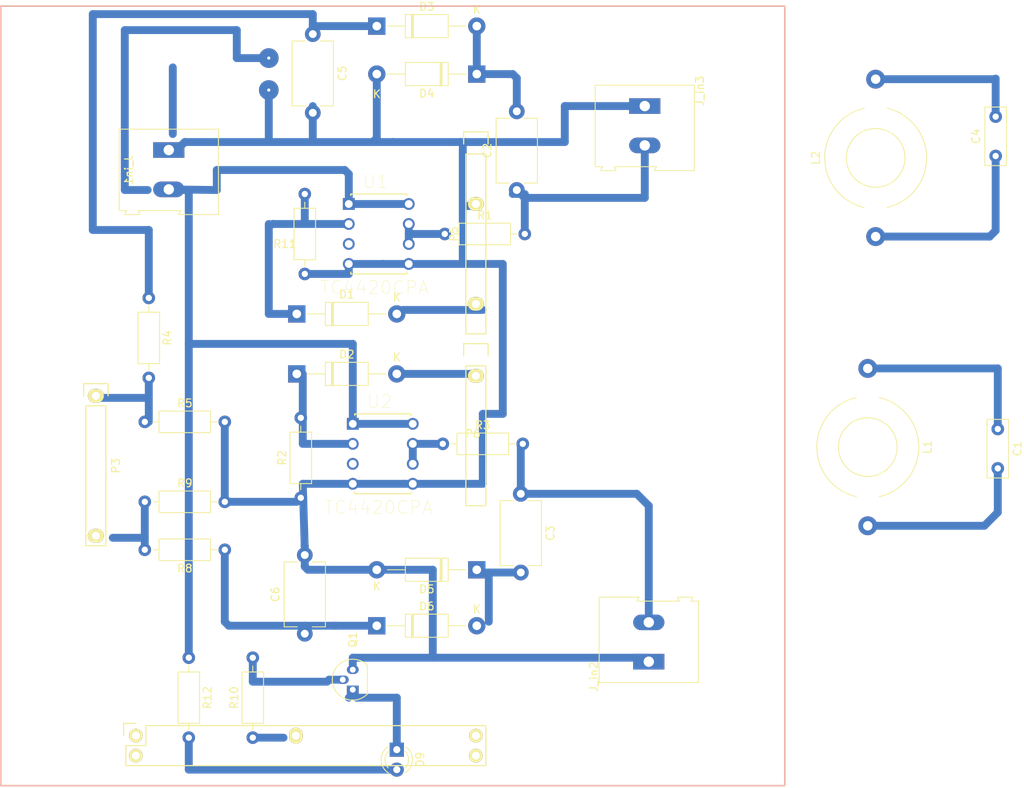
<source format=kicad_pcb>
(kicad_pcb (version 20171130) (host pcbnew 5.0.2-bee76a0~70~ubuntu18.10.1)

  (general
    (thickness 1.6)
    (drawings 4)
    (tracks 136)
    (zones 0)
    (modules 35)
    (nets 28)
  )

  (page A4 portrait)
  (layers
    (0 F.Cu signal)
    (31 B.Cu signal)
    (32 B.Adhes user)
    (33 F.Adhes user)
    (34 B.Paste user)
    (35 F.Paste user)
    (36 B.SilkS user)
    (37 F.SilkS user)
    (38 B.Mask user)
    (39 F.Mask user)
    (40 Dwgs.User user)
    (41 Cmts.User user)
    (42 Eco1.User user)
    (43 Eco2.User user)
    (44 Edge.Cuts user)
    (45 Margin user)
    (46 B.CrtYd user)
    (47 F.CrtYd user)
    (48 B.Fab user)
    (49 F.Fab user hide)
  )

  (setup
    (last_trace_width 1)
    (trace_clearance 0.2)
    (zone_clearance 0.508)
    (zone_45_only no)
    (trace_min 0.2)
    (segment_width 0.2)
    (edge_width 0.1)
    (via_size 1.5)
    (via_drill 0.4)
    (via_min_size 0.4)
    (via_min_drill 0.3)
    (uvia_size 0.3)
    (uvia_drill 0.1)
    (uvias_allowed no)
    (uvia_min_size 0.2)
    (uvia_min_drill 0.1)
    (pcb_text_width 0.3)
    (pcb_text_size 1.5 1.5)
    (mod_edge_width 0.15)
    (mod_text_size 1 1)
    (mod_text_width 0.15)
    (pad_size 0.85 0.85)
    (pad_drill 0.5)
    (pad_to_mask_clearance 0)
    (solder_mask_min_width 0.25)
    (aux_axis_origin 0 0)
    (visible_elements FFFFEF7F)
    (pcbplotparams
      (layerselection 0x010fc_ffffffff)
      (usegerberextensions false)
      (usegerberattributes false)
      (usegerberadvancedattributes false)
      (creategerberjobfile false)
      (excludeedgelayer true)
      (linewidth 0.100000)
      (plotframeref false)
      (viasonmask false)
      (mode 1)
      (useauxorigin false)
      (hpglpennumber 1)
      (hpglpenspeed 20)
      (hpglpendiameter 15.000000)
      (psnegative false)
      (psa4output false)
      (plotreference true)
      (plotvalue true)
      (plotinvisibletext false)
      (padsonsilk false)
      (subtractmaskfromsilk false)
      (outputformat 1)
      (mirror false)
      (drillshape 1)
      (scaleselection 1)
      (outputdirectory ""))
  )

  (net 0 "")
  (net 1 GND)
  (net 2 "Net-(D1-Pad2)")
  (net 3 "Net-(U1-Pad3)")
  (net 4 "Net-(R1-Pad1)")
  (net 5 PWM7)
  (net 6 "Net-(C2-Pad2)")
  (net 7 +12V)
  (net 8 "Net-(R3-Pad1)")
  (net 9 "Net-(D2-Pad2)")
  (net 10 "Net-(U2-Pad3)")
  (net 11 PWM6)
  (net 12 "Net-(C3-Pad1)")
  (net 13 "Net-(C2-Pad1)")
  (net 14 DIGITAL_LED)
  (net 15 "Net-(Q1-Pad2)")
  (net 16 "Net-(D9-Pad2)")
  (net 17 "Net-(D9-Pad1)")
  (net 18 J_in3_+)
  (net 19 J_in3_gnd)
  (net 20 J_in2_gnd)
  (net 21 J_in2_+)
  (net 22 "Net-(C3-Pad2)")
  (net 23 ADC_7_L2)
  (net 24 "Net-(C6-Pad1)")
  (net 25 ADC_0_L1)
  (net 26 "Net-(C5-Pad1)")
  (net 27 PWM4)

  (net_class Default "This is the default net class."
    (clearance 0.2)
    (trace_width 1)
    (via_dia 1.5)
    (via_drill 0.4)
    (uvia_dia 0.3)
    (uvia_drill 0.1)
    (add_net +12V)
    (add_net ADC_0_L1)
    (add_net ADC_7_L2)
    (add_net DIGITAL_LED)
    (add_net GND)
    (add_net J_in2_+)
    (add_net J_in2_gnd)
    (add_net J_in3_+)
    (add_net J_in3_gnd)
    (add_net "Net-(C2-Pad1)")
    (add_net "Net-(C2-Pad2)")
    (add_net "Net-(C3-Pad1)")
    (add_net "Net-(C3-Pad2)")
    (add_net "Net-(C5-Pad1)")
    (add_net "Net-(C6-Pad1)")
    (add_net "Net-(D1-Pad2)")
    (add_net "Net-(D2-Pad2)")
    (add_net "Net-(D9-Pad1)")
    (add_net "Net-(D9-Pad2)")
    (add_net "Net-(Q1-Pad2)")
    (add_net "Net-(R1-Pad1)")
    (add_net "Net-(R3-Pad1)")
    (add_net "Net-(U1-Pad3)")
    (add_net "Net-(U2-Pad3)")
    (add_net PWM4)
    (add_net PWM6)
    (add_net PWM7)
  )

  (module Capacitor_THT:C_Disc_D8.0mm_W5.0mm_P10.00mm (layer F.Cu) (tedit 5AE50EF0) (tstamp 5D066E93)
    (at 114.3 47.752 270)
    (descr "C, Disc series, Radial, pin pitch=10.00mm, , diameter*width=8*5.0mm^2, Capacitor, http://www.vishay.com/docs/28535/vy2series.pdf")
    (tags "C Disc series Radial pin pitch 10.00mm  diameter 8mm width 5.0mm Capacitor")
    (path /5D071186)
    (fp_text reference C5 (at 5 -3.75 270) (layer F.SilkS)
      (effects (font (size 1 1) (thickness 0.15)))
    )
    (fp_text value 1u (at 5 3.75 270) (layer F.Fab)
      (effects (font (size 1 1) (thickness 0.15)))
    )
    (fp_text user %R (at 5 0 270) (layer F.Fab)
      (effects (font (size 1 1) (thickness 0.15)))
    )
    (fp_line (start 11.25 -2.75) (end -1.25 -2.75) (layer F.CrtYd) (width 0.05))
    (fp_line (start 11.25 2.75) (end 11.25 -2.75) (layer F.CrtYd) (width 0.05))
    (fp_line (start -1.25 2.75) (end 11.25 2.75) (layer F.CrtYd) (width 0.05))
    (fp_line (start -1.25 -2.75) (end -1.25 2.75) (layer F.CrtYd) (width 0.05))
    (fp_line (start 9.12 0.946) (end 9.12 2.62) (layer F.SilkS) (width 0.12))
    (fp_line (start 9.12 -2.62) (end 9.12 -0.946) (layer F.SilkS) (width 0.12))
    (fp_line (start 0.88 0.946) (end 0.88 2.62) (layer F.SilkS) (width 0.12))
    (fp_line (start 0.88 -2.62) (end 0.88 -0.946) (layer F.SilkS) (width 0.12))
    (fp_line (start 0.88 2.62) (end 9.12 2.62) (layer F.SilkS) (width 0.12))
    (fp_line (start 0.88 -2.62) (end 9.12 -2.62) (layer F.SilkS) (width 0.12))
    (fp_line (start 9 -2.5) (end 1 -2.5) (layer F.Fab) (width 0.1))
    (fp_line (start 9 2.5) (end 9 -2.5) (layer F.Fab) (width 0.1))
    (fp_line (start 1 2.5) (end 9 2.5) (layer F.Fab) (width 0.1))
    (fp_line (start 1 -2.5) (end 1 2.5) (layer F.Fab) (width 0.1))
    (pad 2 thru_hole circle (at 10 0 270) (size 2 2) (drill 1) (layers *.Cu *.Mask)
      (net 1 GND))
    (pad 1 thru_hole circle (at 0 0 270) (size 2 2) (drill 1) (layers *.Cu *.Mask)
      (net 26 "Net-(C5-Pad1)"))
    (model ${KISYS3DMOD}/Capacitor_THT.3dshapes/C_Disc_D8.0mm_W5.0mm_P10.00mm.wrl
      (at (xyz 0 0 0))
      (scale (xyz 1 1 1))
      (rotate (xyz 0 0 0))
    )
  )

  (module Capacitor_THT:C_Disc_D8.0mm_W5.0mm_P10.00mm (layer F.Cu) (tedit 5AE50EF0) (tstamp 5D066E7E)
    (at 113.284 123.952 90)
    (descr "C, Disc series, Radial, pin pitch=10.00mm, , diameter*width=8*5.0mm^2, Capacitor, http://www.vishay.com/docs/28535/vy2series.pdf")
    (tags "C Disc series Radial pin pitch 10.00mm  diameter 8mm width 5.0mm Capacitor")
    (path /5D067FEB)
    (fp_text reference C6 (at 5 -3.75 90) (layer F.SilkS)
      (effects (font (size 1 1) (thickness 0.15)))
    )
    (fp_text value 1u (at 5 3.75 90) (layer F.Fab)
      (effects (font (size 1 1) (thickness 0.15)))
    )
    (fp_line (start 1 -2.5) (end 1 2.5) (layer F.Fab) (width 0.1))
    (fp_line (start 1 2.5) (end 9 2.5) (layer F.Fab) (width 0.1))
    (fp_line (start 9 2.5) (end 9 -2.5) (layer F.Fab) (width 0.1))
    (fp_line (start 9 -2.5) (end 1 -2.5) (layer F.Fab) (width 0.1))
    (fp_line (start 0.88 -2.62) (end 9.12 -2.62) (layer F.SilkS) (width 0.12))
    (fp_line (start 0.88 2.62) (end 9.12 2.62) (layer F.SilkS) (width 0.12))
    (fp_line (start 0.88 -2.62) (end 0.88 -0.946) (layer F.SilkS) (width 0.12))
    (fp_line (start 0.88 0.946) (end 0.88 2.62) (layer F.SilkS) (width 0.12))
    (fp_line (start 9.12 -2.62) (end 9.12 -0.946) (layer F.SilkS) (width 0.12))
    (fp_line (start 9.12 0.946) (end 9.12 2.62) (layer F.SilkS) (width 0.12))
    (fp_line (start -1.25 -2.75) (end -1.25 2.75) (layer F.CrtYd) (width 0.05))
    (fp_line (start -1.25 2.75) (end 11.25 2.75) (layer F.CrtYd) (width 0.05))
    (fp_line (start 11.25 2.75) (end 11.25 -2.75) (layer F.CrtYd) (width 0.05))
    (fp_line (start 11.25 -2.75) (end -1.25 -2.75) (layer F.CrtYd) (width 0.05))
    (fp_text user %R (at 5 0 90) (layer F.Fab)
      (effects (font (size 1 1) (thickness 0.15)))
    )
    (pad 1 thru_hole circle (at 0 0 90) (size 2 2) (drill 1) (layers *.Cu *.Mask)
      (net 24 "Net-(C6-Pad1)"))
    (pad 2 thru_hole circle (at 10 0 90) (size 2 2) (drill 1) (layers *.Cu *.Mask)
      (net 1 GND))
    (model ${KISYS3DMOD}/Capacitor_THT.3dshapes/C_Disc_D8.0mm_W5.0mm_P10.00mm.wrl
      (at (xyz 0 0 0))
      (scale (xyz 1 1 1))
      (rotate (xyz 0 0 0))
    )
  )

  (module Inductor_THT:L_Toroid_Horizontal_D12.7mm_P20.00mm_Diameter14-5mm_Amidon-T50 (layer F.Cu) (tedit 5AE59B06) (tstamp 5D03BB5E)
    (at 185.785113 73.480987 90)
    (descr "L_Toroid, Horizontal series, Radial, pin pitch=20.00mm, , diameter=12.7mm, Diameter14-5mm, Amidon-T50")
    (tags "L_Toroid Horizontal series Radial pin pitch 20.00mm  diameter 12.7mm Diameter14-5mm Amidon-T50")
    (path /5D06A6F5)
    (fp_text reference L2 (at 10 -7.6 90) (layer F.SilkS)
      (effects (font (size 1 1) (thickness 0.15)))
    )
    (fp_text value 50u (at 10 7.6 90) (layer F.Fab)
      (effects (font (size 1 1) (thickness 0.15)))
    )
    (fp_text user %R (at 10 0 90) (layer F.Fab)
      (effects (font (size 1 1) (thickness 0.15)))
    )
    (fp_line (start 21.45 -6.6) (end -1.45 -6.6) (layer F.CrtYd) (width 0.05))
    (fp_line (start 21.45 6.6) (end 21.45 -6.6) (layer F.CrtYd) (width 0.05))
    (fp_line (start -1.45 6.6) (end 21.45 6.6) (layer F.CrtYd) (width 0.05))
    (fp_line (start -1.45 -6.6) (end -1.45 6.6) (layer F.CrtYd) (width 0.05))
    (fp_line (start 16.3406 -0.001175) (end 13.673279 0.983492) (layer F.Fab) (width 0.1))
    (fp_line (start 15.490582 -3.171233) (end 13.672915 -0.984854) (layer F.Fab) (width 0.1))
    (fp_line (start 13.169452 -5.49161) (end 12.688452 -2.689324) (layer F.Fab) (width 0.1))
    (fp_line (start 9.999119 -6.3406) (end 10.983662 -3.673234) (layer F.Fab) (width 0.1))
    (fp_line (start 6.829022 -5.490729) (end 9.015317 -3.67296) (layer F.Fab) (width 0.1))
    (fp_line (start 4.508537 -3.169706) (end 7.310801 -2.688577) (layer F.Fab) (width 0.1))
    (fp_line (start 3.6594 0.000587) (end 6.326812 -0.983833) (layer F.Fab) (width 0.1))
    (fp_line (start 4.509124 3.170724) (end 6.326994 0.984513) (layer F.Fab) (width 0.1))
    (fp_line (start 6.830039 5.491316) (end 7.311299 2.689075) (layer F.Fab) (width 0.1))
    (fp_line (start 10.000294 6.3406) (end 9.015997 3.673143) (layer F.Fab) (width 0.1))
    (fp_line (start 13.17047 5.491023) (end 10.984343 3.673051) (layer F.Fab) (width 0.1))
    (fp_line (start 15.49117 3.170215) (end 12.68895 2.688826) (layer F.Fab) (width 0.1))
    (fp_line (start 16.3406 0) (end 13.673097 0.984173) (layer F.Fab) (width 0.1))
    (fp_circle (center 10 0) (end 13.7281 0) (layer F.SilkS) (width 0.12))
    (fp_circle (center 10 0) (end 13.8481 0) (layer F.Fab) (width 0.1))
    (fp_circle (center 10 0) (end 16.35 0) (layer F.Fab) (width 0.1))
    (fp_arc (start 10 0) (end 3.696882 1.46) (angle -153.916984) (layer F.SilkS) (width 0.12))
    (fp_arc (start 10 0) (end 3.696882 -1.46) (angle 153.916984) (layer F.SilkS) (width 0.12))
    (pad 2 thru_hole circle (at 20 0 90) (size 2.4 2.4) (drill 1.2) (layers *.Cu *.Mask)
      (net 20 J_in2_gnd))
    (pad 1 thru_hole circle (at 0 0 90) (size 2.4 2.4) (drill 1.2) (layers *.Cu *.Mask)
      (net 21 J_in2_+))
    (model ${KISYS3DMOD}/Inductors_THT.3dshapes/L_Toroid_Horizontal_D69.1mm_P63.20mm_Vishay_TJ9.wrl
      (at (xyz 0 0 0))
      (scale (xyz 0.125 0.125 0.125))
      (rotate (xyz 0 0 0))
    )
  )

  (module Inductor_THT:L_Toroid_Horizontal_D12.7mm_P20.00mm_Diameter14-5mm_Amidon-T50 (layer F.Cu) (tedit 5AE59B06) (tstamp 5D03C9F9)
    (at 184.783758 90.237301 270)
    (descr "L_Toroid, Horizontal series, Radial, pin pitch=20.00mm, , diameter=12.7mm, Diameter14-5mm, Amidon-T50")
    (tags "L_Toroid Horizontal series Radial pin pitch 20.00mm  diameter 12.7mm Diameter14-5mm Amidon-T50")
    (path /5C4A86F4)
    (fp_text reference L1 (at 10 -7.6 270) (layer F.SilkS)
      (effects (font (size 1 1) (thickness 0.15)))
    )
    (fp_text value 50u (at 10 7.6 270) (layer F.Fab)
      (effects (font (size 1 1) (thickness 0.15)))
    )
    (fp_arc (start 10 0) (end 3.696882 -1.46) (angle 153.916984) (layer F.SilkS) (width 0.12))
    (fp_arc (start 10 0) (end 3.696882 1.46) (angle -153.916984) (layer F.SilkS) (width 0.12))
    (fp_circle (center 10 0) (end 16.35 0) (layer F.Fab) (width 0.1))
    (fp_circle (center 10 0) (end 13.8481 0) (layer F.Fab) (width 0.1))
    (fp_circle (center 10 0) (end 13.7281 0) (layer F.SilkS) (width 0.12))
    (fp_line (start 16.3406 0) (end 13.673097 0.984173) (layer F.Fab) (width 0.1))
    (fp_line (start 15.49117 3.170215) (end 12.68895 2.688826) (layer F.Fab) (width 0.1))
    (fp_line (start 13.17047 5.491023) (end 10.984343 3.673051) (layer F.Fab) (width 0.1))
    (fp_line (start 10.000294 6.3406) (end 9.015997 3.673143) (layer F.Fab) (width 0.1))
    (fp_line (start 6.830039 5.491316) (end 7.311299 2.689075) (layer F.Fab) (width 0.1))
    (fp_line (start 4.509124 3.170724) (end 6.326994 0.984513) (layer F.Fab) (width 0.1))
    (fp_line (start 3.6594 0.000587) (end 6.326812 -0.983833) (layer F.Fab) (width 0.1))
    (fp_line (start 4.508537 -3.169706) (end 7.310801 -2.688577) (layer F.Fab) (width 0.1))
    (fp_line (start 6.829022 -5.490729) (end 9.015317 -3.67296) (layer F.Fab) (width 0.1))
    (fp_line (start 9.999119 -6.3406) (end 10.983662 -3.673234) (layer F.Fab) (width 0.1))
    (fp_line (start 13.169452 -5.49161) (end 12.688452 -2.689324) (layer F.Fab) (width 0.1))
    (fp_line (start 15.490582 -3.171233) (end 13.672915 -0.984854) (layer F.Fab) (width 0.1))
    (fp_line (start 16.3406 -0.001175) (end 13.673279 0.983492) (layer F.Fab) (width 0.1))
    (fp_line (start -1.45 -6.6) (end -1.45 6.6) (layer F.CrtYd) (width 0.05))
    (fp_line (start -1.45 6.6) (end 21.45 6.6) (layer F.CrtYd) (width 0.05))
    (fp_line (start 21.45 6.6) (end 21.45 -6.6) (layer F.CrtYd) (width 0.05))
    (fp_line (start 21.45 -6.6) (end -1.45 -6.6) (layer F.CrtYd) (width 0.05))
    (fp_text user %R (at 10 0 270) (layer F.Fab)
      (effects (font (size 1 1) (thickness 0.15)))
    )
    (pad 1 thru_hole circle (at 0 0 270) (size 2.4 2.4) (drill 1.2) (layers *.Cu *.Mask)
      (net 18 J_in3_+))
    (pad 2 thru_hole circle (at 20 0 270) (size 2.4 2.4) (drill 1.2) (layers *.Cu *.Mask)
      (net 19 J_in3_gnd))
    (model ${KISYS3DMOD}/Inductor_THT.3dshapes/L_Toroid_Horizontal_D12.7mm_P20.00mm_Diameter14-5mm_Amidon-T50.wrl
      (at (xyz 0 0 0))
      (scale (xyz 1 1 1))
      (rotate (xyz 0 0 0))
    )
    (model ${KISYS3DMOD}/Inductors_THT.3dshapes/L_Toroid_Horizontal_D69.1mm_P63.20mm_Vishay_TJ9.wrl
      (at (xyz 0 0 0))
      (scale (xyz 0.125 0.125 0.125))
      (rotate (xyz 0 0 0))
    )
  )

  (module Capacitor_THT:C_Rect_L7.2mm_W2.5mm_P5.00mm_FKS2_FKP2_MKS2_MKP2 (layer F.Cu) (tedit 5AE50EF0) (tstamp 5D03C9B9)
    (at 201.293758 97.937301 270)
    (descr "C, Rect series, Radial, pin pitch=5.00mm, , length*width=7.2*2.5mm^2, Capacitor, http://www.wima.com/EN/WIMA_FKS_2.pdf")
    (tags "C Rect series Radial pin pitch 5.00mm  length 7.2mm width 2.5mm Capacitor")
    (path /5D033E5D)
    (fp_text reference C1 (at 2.5 -2.5 270) (layer F.SilkS)
      (effects (font (size 1 1) (thickness 0.15)))
    )
    (fp_text value 222n (at 2.5 2.5 270) (layer F.Fab)
      (effects (font (size 1 1) (thickness 0.15)))
    )
    (fp_text user %R (at 2.5 0 270) (layer F.Fab)
      (effects (font (size 1 1) (thickness 0.15)))
    )
    (fp_line (start 6.35 -1.5) (end -1.35 -1.5) (layer F.CrtYd) (width 0.05))
    (fp_line (start 6.35 1.5) (end 6.35 -1.5) (layer F.CrtYd) (width 0.05))
    (fp_line (start -1.35 1.5) (end 6.35 1.5) (layer F.CrtYd) (width 0.05))
    (fp_line (start -1.35 -1.5) (end -1.35 1.5) (layer F.CrtYd) (width 0.05))
    (fp_line (start 6.22 -1.37) (end 6.22 1.37) (layer F.SilkS) (width 0.12))
    (fp_line (start -1.22 -1.37) (end -1.22 1.37) (layer F.SilkS) (width 0.12))
    (fp_line (start -1.22 1.37) (end 6.22 1.37) (layer F.SilkS) (width 0.12))
    (fp_line (start -1.22 -1.37) (end 6.22 -1.37) (layer F.SilkS) (width 0.12))
    (fp_line (start 6.1 -1.25) (end -1.1 -1.25) (layer F.Fab) (width 0.1))
    (fp_line (start 6.1 1.25) (end 6.1 -1.25) (layer F.Fab) (width 0.1))
    (fp_line (start -1.1 1.25) (end 6.1 1.25) (layer F.Fab) (width 0.1))
    (fp_line (start -1.1 -1.25) (end -1.1 1.25) (layer F.Fab) (width 0.1))
    (pad 2 thru_hole circle (at 5 0 270) (size 1.6 1.6) (drill 0.8) (layers *.Cu *.Mask)
      (net 19 J_in3_gnd))
    (pad 1 thru_hole circle (at 0 0 270) (size 1.6 1.6) (drill 0.8) (layers *.Cu *.Mask)
      (net 18 J_in3_+))
    (model ${KISYS3DMOD}/Capacitor_THT.3dshapes/C_Rect_L7.2mm_W2.5mm_P5.00mm_FKS2_FKP2_MKS2_MKP2.wrl
      (at (xyz 0 0 0))
      (scale (xyz 1 1 1))
      (rotate (xyz 0 0 0))
    )
  )

  (module Capacitor_THT:C_Rect_L7.2mm_W2.5mm_P5.00mm_FKS2_FKP2_MKS2_MKP2 (layer F.Cu) (tedit 5AE50EF0) (tstamp 5D03BCA3)
    (at 201.025113 63.240987 90)
    (descr "C, Rect series, Radial, pin pitch=5.00mm, , length*width=7.2*2.5mm^2, Capacitor, http://www.wima.com/EN/WIMA_FKS_2.pdf")
    (tags "C Rect series Radial pin pitch 5.00mm  length 7.2mm width 2.5mm Capacitor")
    (path /5D06A6FC)
    (fp_text reference C4 (at 2.5 -2.5 90) (layer F.SilkS)
      (effects (font (size 1 1) (thickness 0.15)))
    )
    (fp_text value 222n (at 2.5 2.5 90) (layer F.Fab)
      (effects (font (size 1 1) (thickness 0.15)))
    )
    (fp_line (start -1.1 -1.25) (end -1.1 1.25) (layer F.Fab) (width 0.1))
    (fp_line (start -1.1 1.25) (end 6.1 1.25) (layer F.Fab) (width 0.1))
    (fp_line (start 6.1 1.25) (end 6.1 -1.25) (layer F.Fab) (width 0.1))
    (fp_line (start 6.1 -1.25) (end -1.1 -1.25) (layer F.Fab) (width 0.1))
    (fp_line (start -1.22 -1.37) (end 6.22 -1.37) (layer F.SilkS) (width 0.12))
    (fp_line (start -1.22 1.37) (end 6.22 1.37) (layer F.SilkS) (width 0.12))
    (fp_line (start -1.22 -1.37) (end -1.22 1.37) (layer F.SilkS) (width 0.12))
    (fp_line (start 6.22 -1.37) (end 6.22 1.37) (layer F.SilkS) (width 0.12))
    (fp_line (start -1.35 -1.5) (end -1.35 1.5) (layer F.CrtYd) (width 0.05))
    (fp_line (start -1.35 1.5) (end 6.35 1.5) (layer F.CrtYd) (width 0.05))
    (fp_line (start 6.35 1.5) (end 6.35 -1.5) (layer F.CrtYd) (width 0.05))
    (fp_line (start 6.35 -1.5) (end -1.35 -1.5) (layer F.CrtYd) (width 0.05))
    (fp_text user %R (at 2.5 0 90) (layer F.Fab)
      (effects (font (size 1 1) (thickness 0.15)))
    )
    (pad 1 thru_hole circle (at 0 0 90) (size 1.6 1.6) (drill 0.8) (layers *.Cu *.Mask)
      (net 21 J_in2_+))
    (pad 2 thru_hole circle (at 5 0 90) (size 1.6 1.6) (drill 0.8) (layers *.Cu *.Mask)
      (net 20 J_in2_gnd))
    (model ${KISYS3DMOD}/Capacitor_THT.3dshapes/C_Rect_L7.2mm_W2.5mm_P5.00mm_FKS2_FKP2_MKS2_MKP2.wrl
      (at (xyz 0 0 0))
      (scale (xyz 1 1 1))
      (rotate (xyz 0 0 0))
    )
  )

  (module Diode_THT:D_DO-41_SOD81_P12.70mm_Horizontal (layer F.Cu) (tedit 5D03A8B0) (tstamp 5C80A0F2)
    (at 112.268 90.932)
    (descr "Diode, DO-41_SOD81 series, Axial, Horizontal, pin pitch=12.7mm, , length*diameter=5.2*2.7mm^2, , http://www.diodes.com/_files/packages/DO-41%20(Plastic).pdf")
    (tags "Diode DO-41_SOD81 series Axial Horizontal pin pitch 12.7mm  length 5.2mm diameter 2.7mm")
    (path /5C8086ED)
    (fp_text reference D2 (at 6.35 -2.47) (layer F.SilkS)
      (effects (font (size 1 1) (thickness 0.15)))
    )
    (fp_text value DIODE (at 6.35 2.47) (layer F.Fab)
      (effects (font (size 1 1) (thickness 0.15)))
    )
    (fp_text user K (at 12.7 -2.1) (layer F.SilkS)
      (effects (font (size 1 1) (thickness 0.15)))
    )
    (fp_text user K (at 12.7 -2.1) (layer F.Fab)
      (effects (font (size 1 1) (thickness 0.15)))
    )
    (fp_text user %R (at 6.74 0) (layer F.Fab)
      (effects (font (size 1 1) (thickness 0.15)))
    )
    (fp_line (start 14.05 -1.6) (end -1.35 -1.6) (layer F.CrtYd) (width 0.05))
    (fp_line (start 14.05 1.6) (end 14.05 -1.6) (layer F.CrtYd) (width 0.05))
    (fp_line (start -1.35 1.6) (end 14.05 1.6) (layer F.CrtYd) (width 0.05))
    (fp_line (start -1.35 -1.6) (end -1.35 1.6) (layer F.CrtYd) (width 0.05))
    (fp_line (start 4.41 -1.47) (end 4.41 1.47) (layer F.SilkS) (width 0.12))
    (fp_line (start 4.65 -1.47) (end 4.65 1.47) (layer F.SilkS) (width 0.12))
    (fp_line (start 4.53 -1.47) (end 4.53 1.47) (layer F.SilkS) (width 0.12))
    (fp_line (start 11.36 0) (end 9.07 0) (layer F.SilkS) (width 0.12))
    (fp_line (start 1.34 0) (end 3.63 0) (layer F.SilkS) (width 0.12))
    (fp_line (start 9.07 -1.47) (end 3.63 -1.47) (layer F.SilkS) (width 0.12))
    (fp_line (start 9.07 1.47) (end 9.07 -1.47) (layer F.SilkS) (width 0.12))
    (fp_line (start 3.63 1.47) (end 9.07 1.47) (layer F.SilkS) (width 0.12))
    (fp_line (start 3.63 -1.47) (end 3.63 1.47) (layer F.SilkS) (width 0.12))
    (fp_line (start 4.43 -1.35) (end 4.43 1.35) (layer F.Fab) (width 0.1))
    (fp_line (start 4.63 -1.35) (end 4.63 1.35) (layer F.Fab) (width 0.1))
    (fp_line (start 4.53 -1.35) (end 4.53 1.35) (layer F.Fab) (width 0.1))
    (fp_line (start 12.7 0) (end 8.95 0) (layer F.Fab) (width 0.1))
    (fp_line (start 0 0) (end 3.75 0) (layer F.Fab) (width 0.1))
    (fp_line (start 8.95 -1.35) (end 3.75 -1.35) (layer F.Fab) (width 0.1))
    (fp_line (start 8.95 1.35) (end 8.95 -1.35) (layer F.Fab) (width 0.1))
    (fp_line (start 3.75 1.35) (end 8.95 1.35) (layer F.Fab) (width 0.1))
    (fp_line (start 3.75 -1.35) (end 3.75 1.35) (layer F.Fab) (width 0.1))
    (pad 1 thru_hole oval (at 12.7 0) (size 2.2 2.2) (drill 1.1) (layers *.Cu *.Mask)
      (net 27 PWM4))
    (pad 2 thru_hole rect (at 0 0) (size 2.2 2.2) (drill 1.1) (layers *.Cu *.Mask)
      (net 9 "Net-(D2-Pad2)"))
    (model ${KISYS3DMOD}/Diode_THT.3dshapes/D_DO-41_SOD81_P12.70mm_Horizontal.wrl
      (at (xyz 0 0 0))
      (scale (xyz 1 1 1))
      (rotate (xyz 0 0 0))
    )
  )

  (module Diode_THT:D_DO-41_SOD81_P12.70mm_Horizontal (layer F.Cu) (tedit 5D03A893) (tstamp 5C571863)
    (at 112.268 83.312)
    (descr "Diode, DO-41_SOD81 series, Axial, Horizontal, pin pitch=12.7mm, , length*diameter=5.2*2.7mm^2, , http://www.diodes.com/_files/packages/DO-41%20(Plastic).pdf")
    (tags "Diode DO-41_SOD81 series Axial Horizontal pin pitch 12.7mm  length 5.2mm diameter 2.7mm")
    (path /5C4A8DCC)
    (fp_text reference D1 (at 6.35 -2.47) (layer F.SilkS)
      (effects (font (size 1 1) (thickness 0.15)))
    )
    (fp_text value DIODE (at 6.35 2.47) (layer F.Fab)
      (effects (font (size 1 1) (thickness 0.15)))
    )
    (fp_text user K (at 12.7 -2.1) (layer F.SilkS)
      (effects (font (size 1 1) (thickness 0.15)))
    )
    (fp_text user K (at 12.7 -2.1) (layer F.Fab)
      (effects (font (size 1 1) (thickness 0.15)))
    )
    (fp_text user %R (at 6.74 0) (layer F.Fab)
      (effects (font (size 1 1) (thickness 0.15)))
    )
    (fp_line (start 14.05 -1.6) (end -1.35 -1.6) (layer F.CrtYd) (width 0.05))
    (fp_line (start 14.05 1.6) (end 14.05 -1.6) (layer F.CrtYd) (width 0.05))
    (fp_line (start -1.35 1.6) (end 14.05 1.6) (layer F.CrtYd) (width 0.05))
    (fp_line (start -1.35 -1.6) (end -1.35 1.6) (layer F.CrtYd) (width 0.05))
    (fp_line (start 4.41 -1.47) (end 4.41 1.47) (layer F.SilkS) (width 0.12))
    (fp_line (start 4.65 -1.47) (end 4.65 1.47) (layer F.SilkS) (width 0.12))
    (fp_line (start 4.53 -1.47) (end 4.53 1.47) (layer F.SilkS) (width 0.12))
    (fp_line (start 11.36 0) (end 9.07 0) (layer F.SilkS) (width 0.12))
    (fp_line (start 1.34 0) (end 3.63 0) (layer F.SilkS) (width 0.12))
    (fp_line (start 9.07 -1.47) (end 3.63 -1.47) (layer F.SilkS) (width 0.12))
    (fp_line (start 9.07 1.47) (end 9.07 -1.47) (layer F.SilkS) (width 0.12))
    (fp_line (start 3.63 1.47) (end 9.07 1.47) (layer F.SilkS) (width 0.12))
    (fp_line (start 3.63 -1.47) (end 3.63 1.47) (layer F.SilkS) (width 0.12))
    (fp_line (start 4.43 -1.35) (end 4.43 1.35) (layer F.Fab) (width 0.1))
    (fp_line (start 4.63 -1.35) (end 4.63 1.35) (layer F.Fab) (width 0.1))
    (fp_line (start 4.53 -1.35) (end 4.53 1.35) (layer F.Fab) (width 0.1))
    (fp_line (start 12.7 0) (end 8.95 0) (layer F.Fab) (width 0.1))
    (fp_line (start 0 0) (end 3.75 0) (layer F.Fab) (width 0.1))
    (fp_line (start 8.95 -1.35) (end 3.75 -1.35) (layer F.Fab) (width 0.1))
    (fp_line (start 8.95 1.35) (end 8.95 -1.35) (layer F.Fab) (width 0.1))
    (fp_line (start 3.75 1.35) (end 8.95 1.35) (layer F.Fab) (width 0.1))
    (fp_line (start 3.75 -1.35) (end 3.75 1.35) (layer F.Fab) (width 0.1))
    (pad 1 thru_hole oval (at 12.7 0) (size 2.2 2.2) (drill 1.1) (layers *.Cu *.Mask)
      (net 5 PWM7))
    (pad 2 thru_hole rect (at 0 0) (size 2.2 2.2) (drill 1.1) (layers *.Cu *.Mask)
      (net 2 "Net-(D1-Pad2)"))
    (model ${KISYS3DMOD}/Diode_THT.3dshapes/D_DO-41_SOD81_P12.70mm_Horizontal.wrl
      (at (xyz 0 0 0))
      (scale (xyz 1 1 1))
      (rotate (xyz 0 0 0))
    )
  )

  (module Socket_Arduino_Mega:Socket_Strip_Arduino_1x08 locked (layer F.Cu) (tedit 5D03A22B) (tstamp 5C4A61D8)
    (at 86.750917 93.720441 270)
    (descr "Through hole socket strip")
    (tags "socket strip")
    (path /56D72F1C)
    (fp_text reference P3 (at 8.89 -2.54 270) (layer F.SilkS)
      (effects (font (size 1 1) (thickness 0.15)))
    )
    (fp_text value Analog (at 8.89 -4.318 270) (layer F.Fab)
      (effects (font (size 1 1) (thickness 0.15)))
    )
    (fp_line (start -1.75 -1.75) (end -1.75 1.75) (layer F.CrtYd) (width 0.05))
    (fp_line (start 19.55 -1.75) (end 19.55 1.75) (layer F.CrtYd) (width 0.05))
    (fp_line (start -1.75 -1.75) (end 19.55 -1.75) (layer F.CrtYd) (width 0.05))
    (fp_line (start -1.75 1.75) (end 19.55 1.75) (layer F.CrtYd) (width 0.05))
    (fp_line (start 1.27 1.27) (end 19.05 1.27) (layer F.SilkS) (width 0.15))
    (fp_line (start 19.05 1.27) (end 19.05 -1.27) (layer F.SilkS) (width 0.15))
    (fp_line (start 19.05 -1.27) (end 1.27 -1.27) (layer F.SilkS) (width 0.15))
    (fp_line (start -1.55 1.55) (end 0 1.55) (layer F.SilkS) (width 0.15))
    (fp_line (start 1.27 1.27) (end 1.27 -1.27) (layer F.SilkS) (width 0.15))
    (fp_line (start 0 -1.55) (end -1.55 -1.55) (layer F.SilkS) (width 0.15))
    (fp_line (start -1.55 -1.55) (end -1.55 1.55) (layer F.SilkS) (width 0.15))
    (pad 7 thru_hole oval (at 0 0 270) (size 1.7272 2.032) (drill 1.016) (layers *.Cu *.Mask F.SilkS))
    (pad 0 thru_hole oval (at 17.78 0 270) (size 1.7272 2.032) (drill 1.016) (layers *.Cu *.Mask F.SilkS))
  )

  (module TerminalBlock:TerminalBlock_Altech_AK300-2_P5.00mm (layer F.Cu) (tedit 5D03A1AA) (tstamp 5D03B8CA)
    (at 156.464 56.896 270)
    (descr "Altech AK300 terminal block, pitch 5.0mm, 45 degree angled, see http://www.mouser.com/ds/2/16/PCBMETRC-24178.pdf")
    (tags "Altech AK300 terminal block pitch 5.0mm")
    (path /5D03FA6C)
    (fp_text reference J_in3 (at -1.92 -6.99 270) (layer F.SilkS)
      (effects (font (size 1 1) (thickness 0.15)))
    )
    (fp_text value Screw_Terminal_01x02 (at 2.78 7.75 270) (layer F.Fab)
      (effects (font (size 1 1) (thickness 0.15)))
    )
    (fp_arc (start -1.13 -4.65) (end -1.42 -4.13) (angle 104.2) (layer F.Fab) (width 0.1))
    (fp_arc (start -0.01 -3.71) (end -1.62 -5) (angle 100) (layer F.Fab) (width 0.1))
    (fp_arc (start 0.06 -6.07) (end 1.53 -4.12) (angle 75.5) (layer F.Fab) (width 0.1))
    (fp_arc (start 1.03 -4.59) (end 1.53 -5.05) (angle 90.5) (layer F.Fab) (width 0.1))
    (fp_arc (start 3.87 -4.65) (end 3.58 -4.13) (angle 104.2) (layer F.Fab) (width 0.1))
    (fp_arc (start 4.99 -3.71) (end 3.39 -5) (angle 100) (layer F.Fab) (width 0.1))
    (fp_arc (start 5.07 -6.07) (end 6.53 -4.12) (angle 75.5) (layer F.Fab) (width 0.1))
    (fp_arc (start 6.03 -4.59) (end 6.54 -5.05) (angle 90.5) (layer F.Fab) (width 0.1))
    (fp_line (start 8.36 6.47) (end -2.83 6.47) (layer F.CrtYd) (width 0.05))
    (fp_line (start 8.36 6.47) (end 8.36 -6.47) (layer F.CrtYd) (width 0.05))
    (fp_line (start -2.83 -6.47) (end -2.83 6.47) (layer F.CrtYd) (width 0.05))
    (fp_line (start -2.83 -6.47) (end 8.36 -6.47) (layer F.CrtYd) (width 0.05))
    (fp_line (start 3.36 -0.25) (end 6.67 -0.25) (layer F.Fab) (width 0.1))
    (fp_line (start 2.98 -0.25) (end 3.36 -0.25) (layer F.Fab) (width 0.1))
    (fp_line (start 7.05 -0.25) (end 6.67 -0.25) (layer F.Fab) (width 0.1))
    (fp_line (start 6.67 -0.64) (end 3.36 -0.64) (layer F.Fab) (width 0.1))
    (fp_line (start 7.61 -0.64) (end 6.67 -0.64) (layer F.Fab) (width 0.1))
    (fp_line (start 1.66 -0.64) (end 3.36 -0.64) (layer F.Fab) (width 0.1))
    (fp_line (start -1.64 -0.64) (end 1.66 -0.64) (layer F.Fab) (width 0.1))
    (fp_line (start -2.58 -0.64) (end -1.64 -0.64) (layer F.Fab) (width 0.1))
    (fp_line (start 1.66 -0.25) (end -1.64 -0.25) (layer F.Fab) (width 0.1))
    (fp_line (start 2.04 -0.25) (end 1.66 -0.25) (layer F.Fab) (width 0.1))
    (fp_line (start -2.02 -0.25) (end -1.64 -0.25) (layer F.Fab) (width 0.1))
    (fp_line (start -1.49 -4.32) (end 1.56 -4.95) (layer F.Fab) (width 0.1))
    (fp_line (start -1.62 -4.45) (end 1.44 -5.08) (layer F.Fab) (width 0.1))
    (fp_line (start 3.52 -4.32) (end 6.56 -4.95) (layer F.Fab) (width 0.1))
    (fp_line (start 3.39 -4.45) (end 6.44 -5.08) (layer F.Fab) (width 0.1))
    (fp_line (start 2.04 -5.97) (end -2.02 -5.97) (layer F.Fab) (width 0.1))
    (fp_line (start -2.02 -3.43) (end -2.02 -5.97) (layer F.Fab) (width 0.1))
    (fp_line (start 2.04 -3.43) (end -2.02 -3.43) (layer F.Fab) (width 0.1))
    (fp_line (start 2.04 -3.43) (end 2.04 -5.97) (layer F.Fab) (width 0.1))
    (fp_line (start 7.05 -3.43) (end 2.98 -3.43) (layer F.Fab) (width 0.1))
    (fp_line (start 7.05 -5.97) (end 7.05 -3.43) (layer F.Fab) (width 0.1))
    (fp_line (start 2.98 -5.97) (end 7.05 -5.97) (layer F.Fab) (width 0.1))
    (fp_line (start 2.98 -3.43) (end 2.98 -5.97) (layer F.Fab) (width 0.1))
    (fp_line (start 7.61 -3.17) (end 7.61 -1.65) (layer F.Fab) (width 0.1))
    (fp_line (start -2.58 -3.17) (end -2.58 -6.22) (layer F.Fab) (width 0.1))
    (fp_line (start -2.58 -3.17) (end 7.61 -3.17) (layer F.Fab) (width 0.1))
    (fp_line (start 7.61 -0.64) (end 7.61 4.06) (layer F.Fab) (width 0.1))
    (fp_line (start 7.61 -1.65) (end 7.61 -0.64) (layer F.Fab) (width 0.1))
    (fp_line (start -2.58 -0.64) (end -2.58 -3.17) (layer F.Fab) (width 0.1))
    (fp_line (start -2.58 6.22) (end -2.58 -0.64) (layer F.Fab) (width 0.1))
    (fp_line (start 6.67 0.51) (end 6.28 0.51) (layer F.Fab) (width 0.1))
    (fp_line (start 3.36 0.51) (end 3.74 0.51) (layer F.Fab) (width 0.1))
    (fp_line (start 1.66 0.51) (end 1.28 0.51) (layer F.Fab) (width 0.1))
    (fp_line (start -1.64 0.51) (end -1.26 0.51) (layer F.Fab) (width 0.1))
    (fp_line (start -1.64 3.68) (end -1.64 0.51) (layer F.Fab) (width 0.1))
    (fp_line (start 1.66 3.68) (end -1.64 3.68) (layer F.Fab) (width 0.1))
    (fp_line (start 1.66 3.68) (end 1.66 0.51) (layer F.Fab) (width 0.1))
    (fp_line (start 3.36 3.68) (end 3.36 0.51) (layer F.Fab) (width 0.1))
    (fp_line (start 6.67 3.68) (end 3.36 3.68) (layer F.Fab) (width 0.1))
    (fp_line (start 6.67 3.68) (end 6.67 0.51) (layer F.Fab) (width 0.1))
    (fp_line (start -2.02 4.32) (end -2.02 6.22) (layer F.Fab) (width 0.1))
    (fp_line (start 2.04 4.32) (end 2.04 -0.25) (layer F.Fab) (width 0.1))
    (fp_line (start 2.04 4.32) (end -2.02 4.32) (layer F.Fab) (width 0.1))
    (fp_line (start 7.05 4.32) (end 7.05 6.22) (layer F.Fab) (width 0.1))
    (fp_line (start 2.98 4.32) (end 2.98 -0.25) (layer F.Fab) (width 0.1))
    (fp_line (start 2.98 4.32) (end 7.05 4.32) (layer F.Fab) (width 0.1))
    (fp_line (start -2.02 6.22) (end 2.04 6.22) (layer F.Fab) (width 0.1))
    (fp_line (start -2.58 6.22) (end -2.02 6.22) (layer F.Fab) (width 0.1))
    (fp_line (start -2.02 -0.25) (end -2.02 4.32) (layer F.Fab) (width 0.1))
    (fp_line (start 2.04 6.22) (end 2.98 6.22) (layer F.Fab) (width 0.1))
    (fp_line (start 2.04 6.22) (end 2.04 4.32) (layer F.Fab) (width 0.1))
    (fp_line (start 7.05 6.22) (end 7.61 6.22) (layer F.Fab) (width 0.1))
    (fp_line (start 2.98 6.22) (end 7.05 6.22) (layer F.Fab) (width 0.1))
    (fp_line (start 7.05 -0.25) (end 7.05 4.32) (layer F.Fab) (width 0.1))
    (fp_line (start 2.98 6.22) (end 2.98 4.32) (layer F.Fab) (width 0.1))
    (fp_line (start 8.11 3.81) (end 8.11 5.46) (layer F.Fab) (width 0.1))
    (fp_line (start 7.61 4.06) (end 7.61 5.21) (layer F.Fab) (width 0.1))
    (fp_line (start 8.11 3.81) (end 7.61 4.06) (layer F.Fab) (width 0.1))
    (fp_line (start 7.61 5.21) (end 7.61 6.22) (layer F.Fab) (width 0.1))
    (fp_line (start 8.11 5.46) (end 7.61 5.21) (layer F.Fab) (width 0.1))
    (fp_line (start 8.11 -1.4) (end 7.61 -1.65) (layer F.Fab) (width 0.1))
    (fp_line (start 8.11 -6.22) (end 8.11 -1.4) (layer F.Fab) (width 0.1))
    (fp_line (start 7.61 -6.22) (end 8.11 -6.22) (layer F.Fab) (width 0.1))
    (fp_line (start 7.61 -6.22) (end -2.58 -6.22) (layer F.Fab) (width 0.1))
    (fp_line (start 7.61 -6.22) (end 7.61 -3.17) (layer F.Fab) (width 0.1))
    (fp_line (start 3.74 2.54) (end 3.74 -0.25) (layer F.Fab) (width 0.1))
    (fp_line (start 3.74 -0.25) (end 6.28 -0.25) (layer F.Fab) (width 0.1))
    (fp_line (start 6.28 2.54) (end 6.28 -0.25) (layer F.Fab) (width 0.1))
    (fp_line (start 3.74 2.54) (end 6.28 2.54) (layer F.Fab) (width 0.1))
    (fp_line (start -1.26 2.54) (end -1.26 -0.25) (layer F.Fab) (width 0.1))
    (fp_line (start -1.26 -0.25) (end 1.28 -0.25) (layer F.Fab) (width 0.1))
    (fp_line (start 1.28 2.54) (end 1.28 -0.25) (layer F.Fab) (width 0.1))
    (fp_line (start -1.26 2.54) (end 1.28 2.54) (layer F.Fab) (width 0.1))
    (fp_line (start 8.2 -6.3) (end -2.65 -6.3) (layer F.SilkS) (width 0.12))
    (fp_line (start 8.2 -1.2) (end 8.2 -6.3) (layer F.SilkS) (width 0.12))
    (fp_line (start 7.7 -1.5) (end 8.2 -1.2) (layer F.SilkS) (width 0.12))
    (fp_line (start 7.7 3.9) (end 7.7 -1.5) (layer F.SilkS) (width 0.12))
    (fp_line (start 8.2 3.65) (end 7.7 3.9) (layer F.SilkS) (width 0.12))
    (fp_line (start 8.2 3.7) (end 8.2 3.65) (layer F.SilkS) (width 0.12))
    (fp_line (start 8.2 5.6) (end 8.2 3.7) (layer F.SilkS) (width 0.12))
    (fp_line (start 7.7 5.35) (end 8.2 5.6) (layer F.SilkS) (width 0.12))
    (fp_line (start 7.7 6.3) (end 7.7 5.35) (layer F.SilkS) (width 0.12))
    (fp_line (start -2.65 6.3) (end 7.7 6.3) (layer F.SilkS) (width 0.12))
    (fp_line (start -2.65 -6.3) (end -2.65 6.3) (layer F.SilkS) (width 0.12))
    (fp_text user %R (at 2.5 -2 270) (layer F.Fab)
      (effects (font (size 1 1) (thickness 0.15)))
    )
    (pad 1 thru_hole oval (at 5 0 270) (size 1.98 3.96) (drill 1.32) (layers *.Cu *.Mask)
      (net 13 "Net-(C2-Pad1)"))
    (pad 2 thru_hole rect (at 0 0 270) (size 1.98 3.96) (drill 1.32) (layers *.Cu *.Mask)
      (net 1 GND))
    (model /home/fgl27/Downloads/kicad_layouts_etc/TerminalBlock_Altech.3dshapes/Altech_AK300_1x02_P5.00mm_45-Degree.wrl
      (offset (xyz 5 0 0))
      (scale (xyz 1 1 1))
      (rotate (xyz 0 0 180))
    )
  )

  (module TerminalBlock:TerminalBlock_Altech_AK300-2_P5.00mm (layer F.Cu) (tedit 5D03A107) (tstamp 5D03B863)
    (at 156.972 127.508 90)
    (descr "Altech AK300 terminal block, pitch 5.0mm, 45 degree angled, see http://www.mouser.com/ds/2/16/PCBMETRC-24178.pdf")
    (tags "Altech AK300 terminal block pitch 5.0mm")
    (path /5D052E68)
    (fp_text reference J_in2 (at -1.92 -6.99 90) (layer F.SilkS)
      (effects (font (size 1 1) (thickness 0.15)))
    )
    (fp_text value Screw_Terminal_01x02 (at 2.78 7.75 90) (layer F.Fab)
      (effects (font (size 1 1) (thickness 0.15)))
    )
    (fp_text user %R (at 2.5 -2 90) (layer F.Fab)
      (effects (font (size 1 1) (thickness 0.15)))
    )
    (fp_line (start -2.65 -6.3) (end -2.65 6.3) (layer F.SilkS) (width 0.12))
    (fp_line (start -2.65 6.3) (end 7.7 6.3) (layer F.SilkS) (width 0.12))
    (fp_line (start 7.7 6.3) (end 7.7 5.35) (layer F.SilkS) (width 0.12))
    (fp_line (start 7.7 5.35) (end 8.2 5.6) (layer F.SilkS) (width 0.12))
    (fp_line (start 8.2 5.6) (end 8.2 3.7) (layer F.SilkS) (width 0.12))
    (fp_line (start 8.2 3.7) (end 8.2 3.65) (layer F.SilkS) (width 0.12))
    (fp_line (start 8.2 3.65) (end 7.7 3.9) (layer F.SilkS) (width 0.12))
    (fp_line (start 7.7 3.9) (end 7.7 -1.5) (layer F.SilkS) (width 0.12))
    (fp_line (start 7.7 -1.5) (end 8.2 -1.2) (layer F.SilkS) (width 0.12))
    (fp_line (start 8.2 -1.2) (end 8.2 -6.3) (layer F.SilkS) (width 0.12))
    (fp_line (start 8.2 -6.3) (end -2.65 -6.3) (layer F.SilkS) (width 0.12))
    (fp_line (start -1.26 2.54) (end 1.28 2.54) (layer F.Fab) (width 0.1))
    (fp_line (start 1.28 2.54) (end 1.28 -0.25) (layer F.Fab) (width 0.1))
    (fp_line (start -1.26 -0.25) (end 1.28 -0.25) (layer F.Fab) (width 0.1))
    (fp_line (start -1.26 2.54) (end -1.26 -0.25) (layer F.Fab) (width 0.1))
    (fp_line (start 3.74 2.54) (end 6.28 2.54) (layer F.Fab) (width 0.1))
    (fp_line (start 6.28 2.54) (end 6.28 -0.25) (layer F.Fab) (width 0.1))
    (fp_line (start 3.74 -0.25) (end 6.28 -0.25) (layer F.Fab) (width 0.1))
    (fp_line (start 3.74 2.54) (end 3.74 -0.25) (layer F.Fab) (width 0.1))
    (fp_line (start 7.61 -6.22) (end 7.61 -3.17) (layer F.Fab) (width 0.1))
    (fp_line (start 7.61 -6.22) (end -2.58 -6.22) (layer F.Fab) (width 0.1))
    (fp_line (start 7.61 -6.22) (end 8.11 -6.22) (layer F.Fab) (width 0.1))
    (fp_line (start 8.11 -6.22) (end 8.11 -1.4) (layer F.Fab) (width 0.1))
    (fp_line (start 8.11 -1.4) (end 7.61 -1.65) (layer F.Fab) (width 0.1))
    (fp_line (start 8.11 5.46) (end 7.61 5.21) (layer F.Fab) (width 0.1))
    (fp_line (start 7.61 5.21) (end 7.61 6.22) (layer F.Fab) (width 0.1))
    (fp_line (start 8.11 3.81) (end 7.61 4.06) (layer F.Fab) (width 0.1))
    (fp_line (start 7.61 4.06) (end 7.61 5.21) (layer F.Fab) (width 0.1))
    (fp_line (start 8.11 3.81) (end 8.11 5.46) (layer F.Fab) (width 0.1))
    (fp_line (start 2.98 6.22) (end 2.98 4.32) (layer F.Fab) (width 0.1))
    (fp_line (start 7.05 -0.25) (end 7.05 4.32) (layer F.Fab) (width 0.1))
    (fp_line (start 2.98 6.22) (end 7.05 6.22) (layer F.Fab) (width 0.1))
    (fp_line (start 7.05 6.22) (end 7.61 6.22) (layer F.Fab) (width 0.1))
    (fp_line (start 2.04 6.22) (end 2.04 4.32) (layer F.Fab) (width 0.1))
    (fp_line (start 2.04 6.22) (end 2.98 6.22) (layer F.Fab) (width 0.1))
    (fp_line (start -2.02 -0.25) (end -2.02 4.32) (layer F.Fab) (width 0.1))
    (fp_line (start -2.58 6.22) (end -2.02 6.22) (layer F.Fab) (width 0.1))
    (fp_line (start -2.02 6.22) (end 2.04 6.22) (layer F.Fab) (width 0.1))
    (fp_line (start 2.98 4.32) (end 7.05 4.32) (layer F.Fab) (width 0.1))
    (fp_line (start 2.98 4.32) (end 2.98 -0.25) (layer F.Fab) (width 0.1))
    (fp_line (start 7.05 4.32) (end 7.05 6.22) (layer F.Fab) (width 0.1))
    (fp_line (start 2.04 4.32) (end -2.02 4.32) (layer F.Fab) (width 0.1))
    (fp_line (start 2.04 4.32) (end 2.04 -0.25) (layer F.Fab) (width 0.1))
    (fp_line (start -2.02 4.32) (end -2.02 6.22) (layer F.Fab) (width 0.1))
    (fp_line (start 6.67 3.68) (end 6.67 0.51) (layer F.Fab) (width 0.1))
    (fp_line (start 6.67 3.68) (end 3.36 3.68) (layer F.Fab) (width 0.1))
    (fp_line (start 3.36 3.68) (end 3.36 0.51) (layer F.Fab) (width 0.1))
    (fp_line (start 1.66 3.68) (end 1.66 0.51) (layer F.Fab) (width 0.1))
    (fp_line (start 1.66 3.68) (end -1.64 3.68) (layer F.Fab) (width 0.1))
    (fp_line (start -1.64 3.68) (end -1.64 0.51) (layer F.Fab) (width 0.1))
    (fp_line (start -1.64 0.51) (end -1.26 0.51) (layer F.Fab) (width 0.1))
    (fp_line (start 1.66 0.51) (end 1.28 0.51) (layer F.Fab) (width 0.1))
    (fp_line (start 3.36 0.51) (end 3.74 0.51) (layer F.Fab) (width 0.1))
    (fp_line (start 6.67 0.51) (end 6.28 0.51) (layer F.Fab) (width 0.1))
    (fp_line (start -2.58 6.22) (end -2.58 -0.64) (layer F.Fab) (width 0.1))
    (fp_line (start -2.58 -0.64) (end -2.58 -3.17) (layer F.Fab) (width 0.1))
    (fp_line (start 7.61 -1.65) (end 7.61 -0.64) (layer F.Fab) (width 0.1))
    (fp_line (start 7.61 -0.64) (end 7.61 4.06) (layer F.Fab) (width 0.1))
    (fp_line (start -2.58 -3.17) (end 7.61 -3.17) (layer F.Fab) (width 0.1))
    (fp_line (start -2.58 -3.17) (end -2.58 -6.22) (layer F.Fab) (width 0.1))
    (fp_line (start 7.61 -3.17) (end 7.61 -1.65) (layer F.Fab) (width 0.1))
    (fp_line (start 2.98 -3.43) (end 2.98 -5.97) (layer F.Fab) (width 0.1))
    (fp_line (start 2.98 -5.97) (end 7.05 -5.97) (layer F.Fab) (width 0.1))
    (fp_line (start 7.05 -5.97) (end 7.05 -3.43) (layer F.Fab) (width 0.1))
    (fp_line (start 7.05 -3.43) (end 2.98 -3.43) (layer F.Fab) (width 0.1))
    (fp_line (start 2.04 -3.43) (end 2.04 -5.97) (layer F.Fab) (width 0.1))
    (fp_line (start 2.04 -3.43) (end -2.02 -3.43) (layer F.Fab) (width 0.1))
    (fp_line (start -2.02 -3.43) (end -2.02 -5.97) (layer F.Fab) (width 0.1))
    (fp_line (start 2.04 -5.97) (end -2.02 -5.97) (layer F.Fab) (width 0.1))
    (fp_line (start 3.39 -4.45) (end 6.44 -5.08) (layer F.Fab) (width 0.1))
    (fp_line (start 3.52 -4.32) (end 6.56 -4.95) (layer F.Fab) (width 0.1))
    (fp_line (start -1.62 -4.45) (end 1.44 -5.08) (layer F.Fab) (width 0.1))
    (fp_line (start -1.49 -4.32) (end 1.56 -4.95) (layer F.Fab) (width 0.1))
    (fp_line (start -2.02 -0.25) (end -1.64 -0.25) (layer F.Fab) (width 0.1))
    (fp_line (start 2.04 -0.25) (end 1.66 -0.25) (layer F.Fab) (width 0.1))
    (fp_line (start 1.66 -0.25) (end -1.64 -0.25) (layer F.Fab) (width 0.1))
    (fp_line (start -2.58 -0.64) (end -1.64 -0.64) (layer F.Fab) (width 0.1))
    (fp_line (start -1.64 -0.64) (end 1.66 -0.64) (layer F.Fab) (width 0.1))
    (fp_line (start 1.66 -0.64) (end 3.36 -0.64) (layer F.Fab) (width 0.1))
    (fp_line (start 7.61 -0.64) (end 6.67 -0.64) (layer F.Fab) (width 0.1))
    (fp_line (start 6.67 -0.64) (end 3.36 -0.64) (layer F.Fab) (width 0.1))
    (fp_line (start 7.05 -0.25) (end 6.67 -0.25) (layer F.Fab) (width 0.1))
    (fp_line (start 2.98 -0.25) (end 3.36 -0.25) (layer F.Fab) (width 0.1))
    (fp_line (start 3.36 -0.25) (end 6.67 -0.25) (layer F.Fab) (width 0.1))
    (fp_line (start -2.83 -6.47) (end 8.36 -6.47) (layer F.CrtYd) (width 0.05))
    (fp_line (start -2.83 -6.47) (end -2.83 6.47) (layer F.CrtYd) (width 0.05))
    (fp_line (start 8.36 6.47) (end 8.36 -6.47) (layer F.CrtYd) (width 0.05))
    (fp_line (start 8.36 6.47) (end -2.83 6.47) (layer F.CrtYd) (width 0.05))
    (fp_arc (start 6.03 -4.59) (end 6.54 -5.05) (angle 90.5) (layer F.Fab) (width 0.1))
    (fp_arc (start 5.07 -6.07) (end 6.53 -4.12) (angle 75.5) (layer F.Fab) (width 0.1))
    (fp_arc (start 4.99 -3.71) (end 3.39 -5) (angle 100) (layer F.Fab) (width 0.1))
    (fp_arc (start 3.87 -4.65) (end 3.58 -4.13) (angle 104.2) (layer F.Fab) (width 0.1))
    (fp_arc (start 1.03 -4.59) (end 1.53 -5.05) (angle 90.5) (layer F.Fab) (width 0.1))
    (fp_arc (start 0.06 -6.07) (end 1.53 -4.12) (angle 75.5) (layer F.Fab) (width 0.1))
    (fp_arc (start -0.01 -3.71) (end -1.62 -5) (angle 100) (layer F.Fab) (width 0.1))
    (fp_arc (start -1.13 -4.65) (end -1.42 -4.13) (angle 104.2) (layer F.Fab) (width 0.1))
    (pad 2 thru_hole rect (at 0 0 90) (size 1.98 3.96) (drill 1.32) (layers *.Cu *.Mask)
      (net 1 GND))
    (pad 1 thru_hole oval (at 5 0 90) (size 1.98 3.96) (drill 1.32) (layers *.Cu *.Mask)
      (net 12 "Net-(C3-Pad1)"))
    (model /home/fgl27/Downloads/kicad_layouts_etc/TerminalBlock_Altech.3dshapes/Altech_AK300_1x02_P5.00mm_45-Degree.wrl
      (at (xyz 0 0 0))
      (scale (xyz 1 1 1))
      (rotate (xyz 0 0 0))
    )
  )

  (module Socket_Arduino_Mega:Socket_Strip_Arduino_2x18 locked (layer F.Cu) (tedit 5D025776) (tstamp 5C4A6261)
    (at 91.830917 136.900441)
    (descr "Through hole socket strip")
    (tags "socket strip")
    (path /56D743B5)
    (fp_text reference "ARDUINO DIGITAL I/O" (at 16.119083 5.842) (layer B.Adhes)
      (effects (font (size 1 1) (thickness 0.15)) (justify mirror))
    )
    (fp_text value Digital (at 21.59 -4.572) (layer F.Fab)
      (effects (font (size 1 1) (thickness 0.15)))
    )
    (fp_line (start -1.75 -1.75) (end -1.75 4.3) (layer F.CrtYd) (width 0.05))
    (fp_line (start 44.95 -1.75) (end 44.95 4.3) (layer F.CrtYd) (width 0.05))
    (fp_line (start -1.75 -1.75) (end 44.95 -1.75) (layer F.CrtYd) (width 0.05))
    (fp_line (start -1.75 4.3) (end 44.95 4.3) (layer F.CrtYd) (width 0.05))
    (fp_line (start -1.27 3.81) (end 44.45 3.81) (layer F.SilkS) (width 0.15))
    (fp_line (start 44.45 -1.27) (end 1.27 -1.27) (layer F.SilkS) (width 0.15))
    (fp_line (start 44.45 3.81) (end 44.45 -1.27) (layer F.SilkS) (width 0.15))
    (fp_line (start -1.27 3.81) (end -1.27 1.27) (layer F.SilkS) (width 0.15))
    (fp_line (start 0 -1.55) (end -1.55 -1.55) (layer F.SilkS) (width 0.15))
    (fp_line (start -1.27 1.27) (end 1.27 1.27) (layer F.SilkS) (width 0.15))
    (fp_line (start 1.27 1.27) (end 1.27 -1.27) (layer F.SilkS) (width 0.15))
    (fp_line (start -1.55 -1.55) (end -1.55 0) (layer F.SilkS) (width 0.15))
    (pad 54 thru_hole oval (at 0 0) (size 1.7272 1.7272) (drill 1.016) (layers *.Cu *.Mask F.SilkS))
    (pad 21 thru_hole oval (at 43.18 2.54) (size 1.7272 1.7272) (drill 1.016) (layers *.Cu *.Mask F.SilkS))
    (pad 55 thru_hole oval (at 0 2.54) (size 1.7272 1.7272) (drill 1.016) (layers *.Cu *.Mask F.SilkS))
    (pad 20 thru_hole oval (at 43.18 0) (size 1.7272 1.7272) (drill 1.016) (layers *.Cu *.Mask F.SilkS))
    (pad 38 thru_hole oval (at 20.32 0) (size 1.7272 2.032) (drill 1.016) (layers *.Cu *.Mask F.SilkS))
  )

  (module Diode_THT:D_DO-41_SOD81_P12.70mm_Horizontal (layer F.Cu) (tedit 5D0255AA) (tstamp 5D03CDBB)
    (at 122.428 46.736)
    (descr "Diode, DO-41_SOD81 series, Axial, Horizontal, pin pitch=12.7mm, , length*diameter=5.2*2.7mm^2, , http://www.diodes.com/_files/packages/DO-41%20(Plastic).pdf")
    (tags "Diode DO-41_SOD81 series Axial Horizontal pin pitch 12.7mm  length 5.2mm diameter 2.7mm")
    (path /5D039D1B)
    (fp_text reference D3 (at 6.35 -2.47) (layer F.SilkS)
      (effects (font (size 1 1) (thickness 0.15)))
    )
    (fp_text value DIODE (at 6.35 2.47) (layer F.Fab)
      (effects (font (size 1 1) (thickness 0.15)))
    )
    (fp_text user K (at 12.7 -2.1) (layer F.SilkS)
      (effects (font (size 1 1) (thickness 0.15)))
    )
    (fp_text user K (at 12.7 -2.1) (layer F.Fab)
      (effects (font (size 1 1) (thickness 0.15)))
    )
    (fp_text user %R (at 6.74 0) (layer F.Fab)
      (effects (font (size 1 1) (thickness 0.15)))
    )
    (fp_line (start 14.05 -1.6) (end -1.35 -1.6) (layer F.CrtYd) (width 0.05))
    (fp_line (start 14.05 1.6) (end 14.05 -1.6) (layer F.CrtYd) (width 0.05))
    (fp_line (start -1.35 1.6) (end 14.05 1.6) (layer F.CrtYd) (width 0.05))
    (fp_line (start -1.35 -1.6) (end -1.35 1.6) (layer F.CrtYd) (width 0.05))
    (fp_line (start 4.41 -1.47) (end 4.41 1.47) (layer F.SilkS) (width 0.12))
    (fp_line (start 4.65 -1.47) (end 4.65 1.47) (layer F.SilkS) (width 0.12))
    (fp_line (start 4.53 -1.47) (end 4.53 1.47) (layer F.SilkS) (width 0.12))
    (fp_line (start 11.36 0) (end 9.07 0) (layer F.SilkS) (width 0.12))
    (fp_line (start 1.34 0) (end 3.63 0) (layer F.SilkS) (width 0.12))
    (fp_line (start 9.07 -1.47) (end 3.63 -1.47) (layer F.SilkS) (width 0.12))
    (fp_line (start 9.07 1.47) (end 9.07 -1.47) (layer F.SilkS) (width 0.12))
    (fp_line (start 3.63 1.47) (end 9.07 1.47) (layer F.SilkS) (width 0.12))
    (fp_line (start 3.63 -1.47) (end 3.63 1.47) (layer F.SilkS) (width 0.12))
    (fp_line (start 4.43 -1.35) (end 4.43 1.35) (layer F.Fab) (width 0.1))
    (fp_line (start 4.63 -1.35) (end 4.63 1.35) (layer F.Fab) (width 0.1))
    (fp_line (start 4.53 -1.35) (end 4.53 1.35) (layer F.Fab) (width 0.1))
    (fp_line (start 12.7 0) (end 8.95 0) (layer F.Fab) (width 0.1))
    (fp_line (start 0 0) (end 3.75 0) (layer F.Fab) (width 0.1))
    (fp_line (start 8.95 -1.35) (end 3.75 -1.35) (layer F.Fab) (width 0.1))
    (fp_line (start 8.95 1.35) (end 8.95 -1.35) (layer F.Fab) (width 0.1))
    (fp_line (start 3.75 1.35) (end 8.95 1.35) (layer F.Fab) (width 0.1))
    (fp_line (start 3.75 -1.35) (end 3.75 1.35) (layer F.Fab) (width 0.1))
    (pad 1 thru_hole oval (at 12.7 0) (size 2.2 2.2) (drill 1.1) (layers *.Cu *.Mask)
      (net 6 "Net-(C2-Pad2)"))
    (pad 2 thru_hole rect (at 0 0) (size 2.2 2.2) (drill 1.1) (layers *.Cu *.Mask)
      (net 26 "Net-(C5-Pad1)"))
    (model ${KISYS3DMOD}/Diode_THT.3dshapes/D_DO-41_SOD81_P12.70mm_Horizontal.wrl
      (at (xyz 0 0 0))
      (scale (xyz 1 1 1))
      (rotate (xyz 0 0 0))
    )
  )

  (module Diode_THT:D_DO-41_SOD81_P12.70mm_Horizontal (layer F.Cu) (tedit 5D02558A) (tstamp 5D03BBBB)
    (at 135.128 52.832 180)
    (descr "Diode, DO-41_SOD81 series, Axial, Horizontal, pin pitch=12.7mm, , length*diameter=5.2*2.7mm^2, , http://www.diodes.com/_files/packages/DO-41%20(Plastic).pdf")
    (tags "Diode DO-41_SOD81 series Axial Horizontal pin pitch 12.7mm  length 5.2mm diameter 2.7mm")
    (path /5D03A310)
    (fp_text reference D4 (at 6.35 -2.47 180) (layer F.SilkS)
      (effects (font (size 1 1) (thickness 0.15)))
    )
    (fp_text value DIODE (at 6.35 2.47 180) (layer F.Fab)
      (effects (font (size 1 1) (thickness 0.15)))
    )
    (fp_line (start 3.75 -1.35) (end 3.75 1.35) (layer F.Fab) (width 0.1))
    (fp_line (start 3.75 1.35) (end 8.95 1.35) (layer F.Fab) (width 0.1))
    (fp_line (start 8.95 1.35) (end 8.95 -1.35) (layer F.Fab) (width 0.1))
    (fp_line (start 8.95 -1.35) (end 3.75 -1.35) (layer F.Fab) (width 0.1))
    (fp_line (start 0 0) (end 3.75 0) (layer F.Fab) (width 0.1))
    (fp_line (start 12.7 0) (end 8.95 0) (layer F.Fab) (width 0.1))
    (fp_line (start 4.53 -1.35) (end 4.53 1.35) (layer F.Fab) (width 0.1))
    (fp_line (start 4.63 -1.35) (end 4.63 1.35) (layer F.Fab) (width 0.1))
    (fp_line (start 4.43 -1.35) (end 4.43 1.35) (layer F.Fab) (width 0.1))
    (fp_line (start 3.63 -1.47) (end 3.63 1.47) (layer F.SilkS) (width 0.12))
    (fp_line (start 3.63 1.47) (end 9.07 1.47) (layer F.SilkS) (width 0.12))
    (fp_line (start 9.07 1.47) (end 9.07 -1.47) (layer F.SilkS) (width 0.12))
    (fp_line (start 9.07 -1.47) (end 3.63 -1.47) (layer F.SilkS) (width 0.12))
    (fp_line (start 1.34 0) (end 3.63 0) (layer F.SilkS) (width 0.12))
    (fp_line (start 11.36 0) (end 9.07 0) (layer F.SilkS) (width 0.12))
    (fp_line (start 4.53 -1.47) (end 4.53 1.47) (layer F.SilkS) (width 0.12))
    (fp_line (start 4.65 -1.47) (end 4.65 1.47) (layer F.SilkS) (width 0.12))
    (fp_line (start 4.41 -1.47) (end 4.41 1.47) (layer F.SilkS) (width 0.12))
    (fp_line (start -1.35 -1.6) (end -1.35 1.6) (layer F.CrtYd) (width 0.05))
    (fp_line (start -1.35 1.6) (end 14.05 1.6) (layer F.CrtYd) (width 0.05))
    (fp_line (start 14.05 1.6) (end 14.05 -1.6) (layer F.CrtYd) (width 0.05))
    (fp_line (start 14.05 -1.6) (end -1.35 -1.6) (layer F.CrtYd) (width 0.05))
    (fp_text user %R (at 6.74 0 180) (layer F.Fab)
      (effects (font (size 1 1) (thickness 0.15)))
    )
    (fp_text user K (at 12.7 -2.54 180) (layer F.Fab)
      (effects (font (size 1 1) (thickness 0.15)))
    )
    (fp_text user K (at 12.7 -2.54 180) (layer F.SilkS)
      (effects (font (size 1 1) (thickness 0.15)))
    )
    (pad 2 thru_hole rect (at 0 0 180) (size 2.2 2.2) (drill 1.1) (layers *.Cu *.Mask)
      (net 6 "Net-(C2-Pad2)"))
    (pad 1 thru_hole oval (at 12.7 0 180) (size 2.2 2.2) (drill 1.1) (layers *.Cu *.Mask)
      (net 1 GND))
    (model ${KISYS3DMOD}/Diode_THT.3dshapes/D_DO-41_SOD81_P12.70mm_Horizontal.wrl
      (at (xyz 0 0 0))
      (scale (xyz 1 1 1))
      (rotate (xyz 0 0 0))
    )
  )

  (module Diode_THT:D_DO-41_SOD81_P12.70mm_Horizontal (layer F.Cu) (tedit 5D025362) (tstamp 5D03E3C1)
    (at 135.128 115.824 180)
    (descr "Diode, DO-41_SOD81 series, Axial, Horizontal, pin pitch=12.7mm, , length*diameter=5.2*2.7mm^2, , http://www.diodes.com/_files/packages/DO-41%20(Plastic).pdf")
    (tags "Diode DO-41_SOD81 series Axial Horizontal pin pitch 12.7mm  length 5.2mm diameter 2.7mm")
    (path /5D052E5A)
    (fp_text reference D5 (at 6.35 -2.47 180) (layer F.SilkS)
      (effects (font (size 1 1) (thickness 0.15)))
    )
    (fp_text value DIODE (at 6.35 2.47 180) (layer F.Fab)
      (effects (font (size 1 1) (thickness 0.15)))
    )
    (fp_text user K (at 12.7 -2.1 180) (layer F.SilkS)
      (effects (font (size 1 1) (thickness 0.15)))
    )
    (fp_text user K (at 12.7 -2.1 180) (layer F.Fab)
      (effects (font (size 1 1) (thickness 0.15)))
    )
    (fp_text user %R (at 6.74 0 180) (layer F.Fab)
      (effects (font (size 1 1) (thickness 0.15)))
    )
    (fp_line (start 14.05 -1.6) (end -1.35 -1.6) (layer F.CrtYd) (width 0.05))
    (fp_line (start 14.05 1.6) (end 14.05 -1.6) (layer F.CrtYd) (width 0.05))
    (fp_line (start -1.35 1.6) (end 14.05 1.6) (layer F.CrtYd) (width 0.05))
    (fp_line (start -1.35 -1.6) (end -1.35 1.6) (layer F.CrtYd) (width 0.05))
    (fp_line (start 4.41 -1.47) (end 4.41 1.47) (layer F.SilkS) (width 0.12))
    (fp_line (start 4.65 -1.47) (end 4.65 1.47) (layer F.SilkS) (width 0.12))
    (fp_line (start 4.53 -1.47) (end 4.53 1.47) (layer F.SilkS) (width 0.12))
    (fp_line (start 11.36 0) (end 9.07 0) (layer F.SilkS) (width 0.12))
    (fp_line (start 1.34 0) (end 3.63 0) (layer F.SilkS) (width 0.12))
    (fp_line (start 9.07 -1.47) (end 3.63 -1.47) (layer F.SilkS) (width 0.12))
    (fp_line (start 9.07 1.47) (end 9.07 -1.47) (layer F.SilkS) (width 0.12))
    (fp_line (start 3.63 1.47) (end 9.07 1.47) (layer F.SilkS) (width 0.12))
    (fp_line (start 3.63 -1.47) (end 3.63 1.47) (layer F.SilkS) (width 0.12))
    (fp_line (start 4.43 -1.35) (end 4.43 1.35) (layer F.Fab) (width 0.1))
    (fp_line (start 4.63 -1.35) (end 4.63 1.35) (layer F.Fab) (width 0.1))
    (fp_line (start 4.53 -1.35) (end 4.53 1.35) (layer F.Fab) (width 0.1))
    (fp_line (start 12.7 0) (end 8.95 0) (layer F.Fab) (width 0.1))
    (fp_line (start 0 0) (end 3.75 0) (layer F.Fab) (width 0.1))
    (fp_line (start 8.95 -1.35) (end 3.75 -1.35) (layer F.Fab) (width 0.1))
    (fp_line (start 8.95 1.35) (end 8.95 -1.35) (layer F.Fab) (width 0.1))
    (fp_line (start 3.75 1.35) (end 8.95 1.35) (layer F.Fab) (width 0.1))
    (fp_line (start 3.75 -1.35) (end 3.75 1.35) (layer F.Fab) (width 0.1))
    (pad 1 thru_hole oval (at 12.7 0 180) (size 2.2 2.2) (drill 1.1) (layers *.Cu *.Mask)
      (net 1 GND))
    (pad 2 thru_hole rect (at 0 0 180) (size 2.2 2.2) (drill 1.1) (layers *.Cu *.Mask)
      (net 22 "Net-(C3-Pad2)"))
    (model ${KISYS3DMOD}/Diode_THT.3dshapes/D_DO-41_SOD81_P12.70mm_Horizontal.wrl
      (at (xyz 0 0 0))
      (scale (xyz 1 1 1))
      (rotate (xyz 0 0 0))
    )
  )

  (module Diode_THT:D_DO-41_SOD81_P12.70mm_Horizontal (layer F.Cu) (tedit 5D025339) (tstamp 5D03BB7D)
    (at 122.428 122.936)
    (descr "Diode, DO-41_SOD81 series, Axial, Horizontal, pin pitch=12.7mm, , length*diameter=5.2*2.7mm^2, , http://www.diodes.com/_files/packages/DO-41%20(Plastic).pdf")
    (tags "Diode DO-41_SOD81 series Axial Horizontal pin pitch 12.7mm  length 5.2mm diameter 2.7mm")
    (path /5D052E53)
    (fp_text reference D6 (at 6.35 -2.47) (layer F.SilkS)
      (effects (font (size 1 1) (thickness 0.15)))
    )
    (fp_text value DIODE (at 6.35 2.47) (layer F.Fab)
      (effects (font (size 1 1) (thickness 0.15)))
    )
    (fp_line (start 3.75 -1.35) (end 3.75 1.35) (layer F.Fab) (width 0.1))
    (fp_line (start 3.75 1.35) (end 8.95 1.35) (layer F.Fab) (width 0.1))
    (fp_line (start 8.95 1.35) (end 8.95 -1.35) (layer F.Fab) (width 0.1))
    (fp_line (start 8.95 -1.35) (end 3.75 -1.35) (layer F.Fab) (width 0.1))
    (fp_line (start 0 0) (end 3.75 0) (layer F.Fab) (width 0.1))
    (fp_line (start 12.7 0) (end 8.95 0) (layer F.Fab) (width 0.1))
    (fp_line (start 4.53 -1.35) (end 4.53 1.35) (layer F.Fab) (width 0.1))
    (fp_line (start 4.63 -1.35) (end 4.63 1.35) (layer F.Fab) (width 0.1))
    (fp_line (start 4.43 -1.35) (end 4.43 1.35) (layer F.Fab) (width 0.1))
    (fp_line (start 3.63 -1.47) (end 3.63 1.47) (layer F.SilkS) (width 0.12))
    (fp_line (start 3.63 1.47) (end 9.07 1.47) (layer F.SilkS) (width 0.12))
    (fp_line (start 9.07 1.47) (end 9.07 -1.47) (layer F.SilkS) (width 0.12))
    (fp_line (start 9.07 -1.47) (end 3.63 -1.47) (layer F.SilkS) (width 0.12))
    (fp_line (start 1.34 0) (end 3.63 0) (layer F.SilkS) (width 0.12))
    (fp_line (start 11.36 0) (end 9.07 0) (layer F.SilkS) (width 0.12))
    (fp_line (start 4.53 -1.47) (end 4.53 1.47) (layer F.SilkS) (width 0.12))
    (fp_line (start 4.65 -1.47) (end 4.65 1.47) (layer F.SilkS) (width 0.12))
    (fp_line (start 4.41 -1.47) (end 4.41 1.47) (layer F.SilkS) (width 0.12))
    (fp_line (start -1.35 -1.6) (end -1.35 1.6) (layer F.CrtYd) (width 0.05))
    (fp_line (start -1.35 1.6) (end 14.05 1.6) (layer F.CrtYd) (width 0.05))
    (fp_line (start 14.05 1.6) (end 14.05 -1.6) (layer F.CrtYd) (width 0.05))
    (fp_line (start 14.05 -1.6) (end -1.35 -1.6) (layer F.CrtYd) (width 0.05))
    (fp_text user %R (at 6.74 0) (layer F.Fab)
      (effects (font (size 1 1) (thickness 0.15)))
    )
    (fp_text user K (at 12.7 -2.1) (layer F.Fab)
      (effects (font (size 1 1) (thickness 0.15)))
    )
    (fp_text user K (at 12.7 -2.1) (layer F.SilkS)
      (effects (font (size 1 1) (thickness 0.15)))
    )
    (pad 2 thru_hole rect (at 0 0) (size 2.2 2.2) (drill 1.1) (layers *.Cu *.Mask)
      (net 24 "Net-(C6-Pad1)"))
    (pad 1 thru_hole oval (at 12.7 0) (size 2.2 2.2) (drill 1.1) (layers *.Cu *.Mask)
      (net 22 "Net-(C3-Pad2)"))
    (model ${KISYS3DMOD}/Diode_THT.3dshapes/D_DO-41_SOD81_P12.70mm_Horizontal.wrl
      (at (xyz 0 0 0))
      (scale (xyz 1 1 1))
      (rotate (xyz 0 0 0))
    )
  )

  (module Socket_Arduino_Mega:Socket_Strip_Arduino_1x10 locked (layer F.Cu) (tedit 5D024FFC) (tstamp 5C4A62CB)
    (at 135.010917 61.716441 270)
    (descr "Through hole socket strip")
    (tags "socket strip")
    (path /56D72368)
    (fp_text reference P5 (at 11.43 2.794 270) (layer F.SilkS)
      (effects (font (size 1 1) (thickness 0.15)))
    )
    (fp_text value PWM (at 11.43 4.318 270) (layer F.Fab)
      (effects (font (size 1 1) (thickness 0.15)))
    )
    (fp_line (start -1.75 -1.75) (end -1.75 1.75) (layer F.CrtYd) (width 0.05))
    (fp_line (start 24.65 -1.75) (end 24.65 1.75) (layer F.CrtYd) (width 0.05))
    (fp_line (start -1.75 -1.75) (end 24.65 -1.75) (layer F.CrtYd) (width 0.05))
    (fp_line (start -1.75 1.75) (end 24.65 1.75) (layer F.CrtYd) (width 0.05))
    (fp_line (start 1.27 1.27) (end 24.13 1.27) (layer F.SilkS) (width 0.15))
    (fp_line (start 24.13 1.27) (end 24.13 -1.27) (layer F.SilkS) (width 0.15))
    (fp_line (start 24.13 -1.27) (end 1.27 -1.27) (layer F.SilkS) (width 0.15))
    (fp_line (start -1.55 1.55) (end 0 1.55) (layer F.SilkS) (width 0.15))
    (fp_line (start 1.27 1.27) (end 1.27 -1.27) (layer F.SilkS) (width 0.15))
    (fp_line (start 0 -1.55) (end -1.55 -1.55) (layer F.SilkS) (width 0.15))
    (fp_line (start -1.55 -1.55) (end -1.55 1.55) (layer F.SilkS) (width 0.15))
    (pad GND thru_hole oval (at 7.62 0 270) (size 1.7272 2.032) (drill 1.016) (layers *.Cu *.Mask F.SilkS))
    (pad GND thru_hole oval (at 20.32 0 270) (size 1.7272 2.032) (drill 1.016) (layers *.Cu *.Mask F.SilkS))
  )

  (module Capacitor_THT:C_Disc_D8.0mm_W5.0mm_P10.00mm (layer F.Cu) (tedit 5AE50EF0) (tstamp 5D03BCE0)
    (at 140.716 106.172 270)
    (descr "C, Disc series, Radial, pin pitch=10.00mm, , diameter*width=8*5.0mm^2, Capacitor, http://www.vishay.com/docs/28535/vy2series.pdf")
    (tags "C Disc series Radial pin pitch 10.00mm  diameter 8mm width 5.0mm Capacitor")
    (path /5D052E37)
    (fp_text reference C3 (at 5 -3.75 270) (layer F.SilkS)
      (effects (font (size 1 1) (thickness 0.15)))
    )
    (fp_text value 100n (at 5 3.75 270) (layer F.Fab)
      (effects (font (size 1 1) (thickness 0.15)))
    )
    (fp_text user %R (at 5 0 270) (layer F.Fab)
      (effects (font (size 1 1) (thickness 0.15)))
    )
    (fp_line (start 11.25 -2.75) (end -1.25 -2.75) (layer F.CrtYd) (width 0.05))
    (fp_line (start 11.25 2.75) (end 11.25 -2.75) (layer F.CrtYd) (width 0.05))
    (fp_line (start -1.25 2.75) (end 11.25 2.75) (layer F.CrtYd) (width 0.05))
    (fp_line (start -1.25 -2.75) (end -1.25 2.75) (layer F.CrtYd) (width 0.05))
    (fp_line (start 9.12 0.946) (end 9.12 2.62) (layer F.SilkS) (width 0.12))
    (fp_line (start 9.12 -2.62) (end 9.12 -0.946) (layer F.SilkS) (width 0.12))
    (fp_line (start 0.88 0.946) (end 0.88 2.62) (layer F.SilkS) (width 0.12))
    (fp_line (start 0.88 -2.62) (end 0.88 -0.946) (layer F.SilkS) (width 0.12))
    (fp_line (start 0.88 2.62) (end 9.12 2.62) (layer F.SilkS) (width 0.12))
    (fp_line (start 0.88 -2.62) (end 9.12 -2.62) (layer F.SilkS) (width 0.12))
    (fp_line (start 9 -2.5) (end 1 -2.5) (layer F.Fab) (width 0.1))
    (fp_line (start 9 2.5) (end 9 -2.5) (layer F.Fab) (width 0.1))
    (fp_line (start 1 2.5) (end 9 2.5) (layer F.Fab) (width 0.1))
    (fp_line (start 1 -2.5) (end 1 2.5) (layer F.Fab) (width 0.1))
    (pad 2 thru_hole circle (at 10 0 270) (size 2 2) (drill 1) (layers *.Cu *.Mask)
      (net 22 "Net-(C3-Pad2)"))
    (pad 1 thru_hole circle (at 0 0 270) (size 2 2) (drill 1) (layers *.Cu *.Mask)
      (net 12 "Net-(C3-Pad1)"))
    (model ${KISYS3DMOD}/Capacitor_THT.3dshapes/C_Disc_D8.0mm_W5.0mm_P10.00mm.wrl
      (at (xyz 0 0 0))
      (scale (xyz 1 1 1))
      (rotate (xyz 0 0 0))
    )
  )

  (module Capacitor_THT:C_Disc_D8.0mm_W5.0mm_P10.00mm (layer F.Cu) (tedit 5AE50EF0) (tstamp 5D03BCCB)
    (at 140.208 67.564 90)
    (descr "C, Disc series, Radial, pin pitch=10.00mm, , diameter*width=8*5.0mm^2, Capacitor, http://www.vishay.com/docs/28535/vy2series.pdf")
    (tags "C Disc series Radial pin pitch 10.00mm  diameter 8mm width 5.0mm Capacitor")
    (path /5D038347)
    (fp_text reference C2 (at 5 -3.75 90) (layer F.SilkS)
      (effects (font (size 1 1) (thickness 0.15)))
    )
    (fp_text value 100n (at 5 3.75 90) (layer F.Fab)
      (effects (font (size 1 1) (thickness 0.15)))
    )
    (fp_line (start 1 -2.5) (end 1 2.5) (layer F.Fab) (width 0.1))
    (fp_line (start 1 2.5) (end 9 2.5) (layer F.Fab) (width 0.1))
    (fp_line (start 9 2.5) (end 9 -2.5) (layer F.Fab) (width 0.1))
    (fp_line (start 9 -2.5) (end 1 -2.5) (layer F.Fab) (width 0.1))
    (fp_line (start 0.88 -2.62) (end 9.12 -2.62) (layer F.SilkS) (width 0.12))
    (fp_line (start 0.88 2.62) (end 9.12 2.62) (layer F.SilkS) (width 0.12))
    (fp_line (start 0.88 -2.62) (end 0.88 -0.946) (layer F.SilkS) (width 0.12))
    (fp_line (start 0.88 0.946) (end 0.88 2.62) (layer F.SilkS) (width 0.12))
    (fp_line (start 9.12 -2.62) (end 9.12 -0.946) (layer F.SilkS) (width 0.12))
    (fp_line (start 9.12 0.946) (end 9.12 2.62) (layer F.SilkS) (width 0.12))
    (fp_line (start -1.25 -2.75) (end -1.25 2.75) (layer F.CrtYd) (width 0.05))
    (fp_line (start -1.25 2.75) (end 11.25 2.75) (layer F.CrtYd) (width 0.05))
    (fp_line (start 11.25 2.75) (end 11.25 -2.75) (layer F.CrtYd) (width 0.05))
    (fp_line (start 11.25 -2.75) (end -1.25 -2.75) (layer F.CrtYd) (width 0.05))
    (fp_text user %R (at 5 0 90) (layer F.Fab)
      (effects (font (size 1 1) (thickness 0.15)))
    )
    (pad 1 thru_hole circle (at 0 0 90) (size 2 2) (drill 1) (layers *.Cu *.Mask)
      (net 13 "Net-(C2-Pad1)"))
    (pad 2 thru_hole circle (at 10 0 90) (size 2 2) (drill 1) (layers *.Cu *.Mask)
      (net 6 "Net-(C2-Pad2)"))
    (model ${KISYS3DMOD}/Capacitor_THT.3dshapes/C_Disc_D8.0mm_W5.0mm_P10.00mm.wrl
      (at (xyz 0 0 0))
      (scale (xyz 1 1 1))
      (rotate (xyz 0 0 0))
    )
  )

  (module LED_THT:LED_D3.0mm_Clear (layer F.Cu) (tedit 5A6C9BC0) (tstamp 5D03BB24)
    (at 124.968 138.684 270)
    (descr "IR-LED, diameter 3.0mm, 2 pins, color: clear")
    (tags "IR infrared LED diameter 3.0mm 2 pins clear")
    (path /5D091513)
    (fp_text reference D9 (at 1.27 -2.96 270) (layer F.SilkS)
      (effects (font (size 1 1) (thickness 0.15)))
    )
    (fp_text value LED (at 1.27 2.96 270) (layer F.Fab)
      (effects (font (size 1 1) (thickness 0.15)))
    )
    (fp_text user %R (at 1.47 0 270) (layer F.Fab)
      (effects (font (size 0.8 0.8) (thickness 0.12)))
    )
    (fp_line (start -0.23 -1.16619) (end -0.23 1.16619) (layer F.Fab) (width 0.1))
    (fp_line (start -0.29 -1.236) (end -0.29 -1.08) (layer F.SilkS) (width 0.12))
    (fp_line (start -0.29 1.08) (end -0.29 1.236) (layer F.SilkS) (width 0.12))
    (fp_line (start -1.15 -2.25) (end -1.15 2.25) (layer F.CrtYd) (width 0.05))
    (fp_line (start -1.15 2.25) (end 3.7 2.25) (layer F.CrtYd) (width 0.05))
    (fp_line (start 3.7 2.25) (end 3.7 -2.25) (layer F.CrtYd) (width 0.05))
    (fp_line (start 3.7 -2.25) (end -1.15 -2.25) (layer F.CrtYd) (width 0.05))
    (fp_circle (center 1.27 0) (end 2.77 0) (layer F.Fab) (width 0.1))
    (fp_arc (start 1.27 0) (end -0.23 -1.16619) (angle 284.3) (layer F.Fab) (width 0.1))
    (fp_arc (start 1.27 0) (end -0.29 -1.235516) (angle 108.8) (layer F.SilkS) (width 0.12))
    (fp_arc (start 1.27 0) (end -0.29 1.235516) (angle -108.8) (layer F.SilkS) (width 0.12))
    (fp_arc (start 1.27 0) (end 0.229039 -1.08) (angle 87.9) (layer F.SilkS) (width 0.12))
    (fp_arc (start 1.27 0) (end 0.229039 1.08) (angle -87.9) (layer F.SilkS) (width 0.12))
    (pad 1 thru_hole rect (at 0 0 270) (size 1.8 1.8) (drill 0.9) (layers *.Cu *.Mask)
      (net 17 "Net-(D9-Pad1)"))
    (pad 2 thru_hole circle (at 2.54 0 270) (size 1.8 1.8) (drill 0.9) (layers *.Cu *.Mask)
      (net 16 "Net-(D9-Pad2)"))
    (model ${KISYS3DMOD}/LED_THT.3dshapes/LED_D3.0mm_Clear.wrl
      (at (xyz 0 0 0))
      (scale (xyz 1 1 1))
      (rotate (xyz 0 0 0))
    )
  )

  (module Package_TO_SOT_THT:TO-92_Inline (layer F.Cu) (tedit 5CBA0045) (tstamp 5D03BB10)
    (at 119.38 131.064 90)
    (descr "TO-92 leads in-line, narrow, oval pads, drill 0.75mm (see NXP sot054_po.pdf)")
    (tags "to-92 sc-43 sc-43a sot54 PA33 transistor")
    (path /5D091697)
    (fp_text reference Q1 (at 6.35 0 90) (layer F.SilkS)
      (effects (font (size 1 1) (thickness 0.15)))
    )
    (fp_text value BC548 (at 1.27 2.79 90) (layer F.Fab)
      (effects (font (size 1 1) (thickness 0.15)))
    )
    (fp_text user %R (at 1.27 -3.56 90) (layer F.Fab)
      (effects (font (size 1 1) (thickness 0.15)))
    )
    (fp_line (start -0.53 1.85) (end 3.07 1.85) (layer F.SilkS) (width 0.12))
    (fp_line (start -0.5 1.75) (end 3 1.75) (layer F.Fab) (width 0.1))
    (fp_line (start -1.46 -2.73) (end 4 -2.73) (layer F.CrtYd) (width 0.05))
    (fp_line (start -1.46 -2.73) (end -1.46 2.01) (layer F.CrtYd) (width 0.05))
    (fp_line (start 4 2.01) (end 4 -2.73) (layer F.CrtYd) (width 0.05))
    (fp_line (start 4 2.01) (end -1.46 2.01) (layer F.CrtYd) (width 0.05))
    (fp_arc (start 1.27 0) (end 1.27 -2.48) (angle 135) (layer F.Fab) (width 0.1))
    (fp_arc (start 1.27 0) (end 1.27 -2.6) (angle -135) (layer F.SilkS) (width 0.12))
    (fp_arc (start 1.27 0) (end 1.27 -2.48) (angle -135) (layer F.Fab) (width 0.1))
    (fp_arc (start 1.27 0) (end 1.27 -2.6) (angle 135) (layer F.SilkS) (width 0.12))
    (pad 2 thru_hole oval (at 1.27 -1.27 90) (size 1.05 1.5) (drill 0.75) (layers *.Cu *.Mask)
      (net 15 "Net-(Q1-Pad2)"))
    (pad 3 thru_hole oval (at 2.54 0 90) (size 1.05 1.5) (drill 0.75) (layers *.Cu *.Mask)
      (net 1 GND))
    (pad 1 thru_hole rect (at 0 0 90) (size 1.05 1.5) (drill 0.75) (layers *.Cu *.Mask)
      (net 17 "Net-(D9-Pad1)"))
    (model ${KISYS3DMOD}/Package_TO_SOT_THT.3dshapes/TO-92_Inline.wrl
      (at (xyz 0 0 0))
      (scale (xyz 1 1 1))
      (rotate (xyz 0 0 0))
    )
  )

  (module Resistor_THT:R_Axial_DIN0207_L6.3mm_D2.5mm_P10.16mm_Horizontal (layer F.Cu) (tedit 5AE5139B) (tstamp 5D03C7C4)
    (at 98.552 127 270)
    (descr "Resistor, Axial_DIN0207 series, Axial, Horizontal, pin pitch=10.16mm, 0.25W = 1/4W, length*diameter=6.3*2.5mm^2, http://cdn-reichelt.de/documents/datenblatt/B400/1_4W%23YAG.pdf")
    (tags "Resistor Axial_DIN0207 series Axial Horizontal pin pitch 10.16mm 0.25W = 1/4W length 6.3mm diameter 2.5mm")
    (path /5D09176F)
    (fp_text reference R12 (at 5.08 -2.37 270) (layer F.SilkS)
      (effects (font (size 1 1) (thickness 0.15)))
    )
    (fp_text value 560 (at 5.08 2.37 270) (layer F.Fab)
      (effects (font (size 1 1) (thickness 0.15)))
    )
    (fp_text user %R (at 5.08 0 270) (layer F.Fab)
      (effects (font (size 1 1) (thickness 0.15)))
    )
    (fp_line (start 11.21 -1.5) (end -1.05 -1.5) (layer F.CrtYd) (width 0.05))
    (fp_line (start 11.21 1.5) (end 11.21 -1.5) (layer F.CrtYd) (width 0.05))
    (fp_line (start -1.05 1.5) (end 11.21 1.5) (layer F.CrtYd) (width 0.05))
    (fp_line (start -1.05 -1.5) (end -1.05 1.5) (layer F.CrtYd) (width 0.05))
    (fp_line (start 9.12 0) (end 8.35 0) (layer F.SilkS) (width 0.12))
    (fp_line (start 1.04 0) (end 1.81 0) (layer F.SilkS) (width 0.12))
    (fp_line (start 8.35 -1.37) (end 1.81 -1.37) (layer F.SilkS) (width 0.12))
    (fp_line (start 8.35 1.37) (end 8.35 -1.37) (layer F.SilkS) (width 0.12))
    (fp_line (start 1.81 1.37) (end 8.35 1.37) (layer F.SilkS) (width 0.12))
    (fp_line (start 1.81 -1.37) (end 1.81 1.37) (layer F.SilkS) (width 0.12))
    (fp_line (start 10.16 0) (end 8.23 0) (layer F.Fab) (width 0.1))
    (fp_line (start 0 0) (end 1.93 0) (layer F.Fab) (width 0.1))
    (fp_line (start 8.23 -1.25) (end 1.93 -1.25) (layer F.Fab) (width 0.1))
    (fp_line (start 8.23 1.25) (end 8.23 -1.25) (layer F.Fab) (width 0.1))
    (fp_line (start 1.93 1.25) (end 8.23 1.25) (layer F.Fab) (width 0.1))
    (fp_line (start 1.93 -1.25) (end 1.93 1.25) (layer F.Fab) (width 0.1))
    (pad 2 thru_hole oval (at 10.16 0 270) (size 1.6 1.6) (drill 0.8) (layers *.Cu *.Mask)
      (net 16 "Net-(D9-Pad2)"))
    (pad 1 thru_hole circle (at 0 0 270) (size 1.6 1.6) (drill 0.8) (layers *.Cu *.Mask)
      (net 7 +12V))
    (model ${KISYS3DMOD}/Resistor_THT.3dshapes/R_Axial_DIN0207_L6.3mm_D2.5mm_P10.16mm_Horizontal.wrl
      (at (xyz 0 0 0))
      (scale (xyz 1 1 1))
      (rotate (xyz 0 0 0))
    )
  )

  (module Resistor_THT:R_Axial_DIN0207_L6.3mm_D2.5mm_P10.16mm_Horizontal (layer F.Cu) (tedit 5AE5139B) (tstamp 5D03BA63)
    (at 93.472 81.28 270)
    (descr "Resistor, Axial_DIN0207 series, Axial, Horizontal, pin pitch=10.16mm, 0.25W = 1/4W, length*diameter=6.3*2.5mm^2, http://cdn-reichelt.de/documents/datenblatt/B400/1_4W%23YAG.pdf")
    (tags "Resistor Axial_DIN0207 series Axial Horizontal pin pitch 10.16mm 0.25W = 1/4W length 6.3mm diameter 2.5mm")
    (path /5D038411)
    (fp_text reference R4 (at 5.08 -2.37 270) (layer F.SilkS)
      (effects (font (size 1 1) (thickness 0.15)))
    )
    (fp_text value 10k (at 5.08 2.37 270) (layer F.Fab)
      (effects (font (size 1 1) (thickness 0.15)))
    )
    (fp_line (start 1.93 -1.25) (end 1.93 1.25) (layer F.Fab) (width 0.1))
    (fp_line (start 1.93 1.25) (end 8.23 1.25) (layer F.Fab) (width 0.1))
    (fp_line (start 8.23 1.25) (end 8.23 -1.25) (layer F.Fab) (width 0.1))
    (fp_line (start 8.23 -1.25) (end 1.93 -1.25) (layer F.Fab) (width 0.1))
    (fp_line (start 0 0) (end 1.93 0) (layer F.Fab) (width 0.1))
    (fp_line (start 10.16 0) (end 8.23 0) (layer F.Fab) (width 0.1))
    (fp_line (start 1.81 -1.37) (end 1.81 1.37) (layer F.SilkS) (width 0.12))
    (fp_line (start 1.81 1.37) (end 8.35 1.37) (layer F.SilkS) (width 0.12))
    (fp_line (start 8.35 1.37) (end 8.35 -1.37) (layer F.SilkS) (width 0.12))
    (fp_line (start 8.35 -1.37) (end 1.81 -1.37) (layer F.SilkS) (width 0.12))
    (fp_line (start 1.04 0) (end 1.81 0) (layer F.SilkS) (width 0.12))
    (fp_line (start 9.12 0) (end 8.35 0) (layer F.SilkS) (width 0.12))
    (fp_line (start -1.05 -1.5) (end -1.05 1.5) (layer F.CrtYd) (width 0.05))
    (fp_line (start -1.05 1.5) (end 11.21 1.5) (layer F.CrtYd) (width 0.05))
    (fp_line (start 11.21 1.5) (end 11.21 -1.5) (layer F.CrtYd) (width 0.05))
    (fp_line (start 11.21 -1.5) (end -1.05 -1.5) (layer F.CrtYd) (width 0.05))
    (fp_text user %R (at 5.08 0 270) (layer F.Fab)
      (effects (font (size 1 1) (thickness 0.15)))
    )
    (pad 1 thru_hole circle (at 0 0 270) (size 1.6 1.6) (drill 0.8) (layers *.Cu *.Mask)
      (net 26 "Net-(C5-Pad1)"))
    (pad 2 thru_hole oval (at 10.16 0 270) (size 1.6 1.6) (drill 0.8) (layers *.Cu *.Mask)
      (net 25 ADC_0_L1))
    (model ${KISYS3DMOD}/Resistor_THT.3dshapes/R_Axial_DIN0207_L6.3mm_D2.5mm_P10.16mm_Horizontal.wrl
      (at (xyz 0 0 0))
      (scale (xyz 1 1 1))
      (rotate (xyz 0 0 0))
    )
  )

  (module Resistor_THT:R_Axial_DIN0207_L6.3mm_D2.5mm_P10.16mm_Horizontal (layer F.Cu) (tedit 5AE5139B) (tstamp 5D03BA4C)
    (at 92.964 97.028)
    (descr "Resistor, Axial_DIN0207 series, Axial, Horizontal, pin pitch=10.16mm, 0.25W = 1/4W, length*diameter=6.3*2.5mm^2, http://cdn-reichelt.de/documents/datenblatt/B400/1_4W%23YAG.pdf")
    (tags "Resistor Axial_DIN0207 series Axial Horizontal pin pitch 10.16mm 0.25W = 1/4W length 6.3mm diameter 2.5mm")
    (path /5D038A46)
    (fp_text reference R5 (at 5.08 -2.37) (layer F.SilkS)
      (effects (font (size 1 1) (thickness 0.15)))
    )
    (fp_text value 4.7k (at 5.08 2.37) (layer F.Fab)
      (effects (font (size 1 1) (thickness 0.15)))
    )
    (fp_text user %R (at 5.08 0) (layer F.Fab)
      (effects (font (size 1 1) (thickness 0.15)))
    )
    (fp_line (start 11.21 -1.5) (end -1.05 -1.5) (layer F.CrtYd) (width 0.05))
    (fp_line (start 11.21 1.5) (end 11.21 -1.5) (layer F.CrtYd) (width 0.05))
    (fp_line (start -1.05 1.5) (end 11.21 1.5) (layer F.CrtYd) (width 0.05))
    (fp_line (start -1.05 -1.5) (end -1.05 1.5) (layer F.CrtYd) (width 0.05))
    (fp_line (start 9.12 0) (end 8.35 0) (layer F.SilkS) (width 0.12))
    (fp_line (start 1.04 0) (end 1.81 0) (layer F.SilkS) (width 0.12))
    (fp_line (start 8.35 -1.37) (end 1.81 -1.37) (layer F.SilkS) (width 0.12))
    (fp_line (start 8.35 1.37) (end 8.35 -1.37) (layer F.SilkS) (width 0.12))
    (fp_line (start 1.81 1.37) (end 8.35 1.37) (layer F.SilkS) (width 0.12))
    (fp_line (start 1.81 -1.37) (end 1.81 1.37) (layer F.SilkS) (width 0.12))
    (fp_line (start 10.16 0) (end 8.23 0) (layer F.Fab) (width 0.1))
    (fp_line (start 0 0) (end 1.93 0) (layer F.Fab) (width 0.1))
    (fp_line (start 8.23 -1.25) (end 1.93 -1.25) (layer F.Fab) (width 0.1))
    (fp_line (start 8.23 1.25) (end 8.23 -1.25) (layer F.Fab) (width 0.1))
    (fp_line (start 1.93 1.25) (end 8.23 1.25) (layer F.Fab) (width 0.1))
    (fp_line (start 1.93 -1.25) (end 1.93 1.25) (layer F.Fab) (width 0.1))
    (pad 2 thru_hole oval (at 10.16 0) (size 1.6 1.6) (drill 0.8) (layers *.Cu *.Mask)
      (net 1 GND))
    (pad 1 thru_hole circle (at 0 0) (size 1.6 1.6) (drill 0.8) (layers *.Cu *.Mask)
      (net 25 ADC_0_L1))
    (model ${KISYS3DMOD}/Resistor_THT.3dshapes/R_Axial_DIN0207_L6.3mm_D2.5mm_P10.16mm_Horizontal.wrl
      (at (xyz 0 0 0))
      (scale (xyz 1 1 1))
      (rotate (xyz 0 0 0))
    )
  )

  (module Resistor_THT:R_Axial_DIN0207_L6.3mm_D2.5mm_P10.16mm_Horizontal (layer F.Cu) (tedit 5AE5139B) (tstamp 5D03BA07)
    (at 103.124 113.284 180)
    (descr "Resistor, Axial_DIN0207 series, Axial, Horizontal, pin pitch=10.16mm, 0.25W = 1/4W, length*diameter=6.3*2.5mm^2, http://cdn-reichelt.de/documents/datenblatt/B400/1_4W%23YAG.pdf")
    (tags "Resistor Axial_DIN0207 series Axial Horizontal pin pitch 10.16mm 0.25W = 1/4W length 6.3mm diameter 2.5mm")
    (path /5D052E3E)
    (fp_text reference R8 (at 5.08 -2.37 180) (layer F.SilkS)
      (effects (font (size 1 1) (thickness 0.15)))
    )
    (fp_text value 10k (at 5.08 2.37 180) (layer F.Fab)
      (effects (font (size 1 1) (thickness 0.15)))
    )
    (fp_line (start 1.93 -1.25) (end 1.93 1.25) (layer F.Fab) (width 0.1))
    (fp_line (start 1.93 1.25) (end 8.23 1.25) (layer F.Fab) (width 0.1))
    (fp_line (start 8.23 1.25) (end 8.23 -1.25) (layer F.Fab) (width 0.1))
    (fp_line (start 8.23 -1.25) (end 1.93 -1.25) (layer F.Fab) (width 0.1))
    (fp_line (start 0 0) (end 1.93 0) (layer F.Fab) (width 0.1))
    (fp_line (start 10.16 0) (end 8.23 0) (layer F.Fab) (width 0.1))
    (fp_line (start 1.81 -1.37) (end 1.81 1.37) (layer F.SilkS) (width 0.12))
    (fp_line (start 1.81 1.37) (end 8.35 1.37) (layer F.SilkS) (width 0.12))
    (fp_line (start 8.35 1.37) (end 8.35 -1.37) (layer F.SilkS) (width 0.12))
    (fp_line (start 8.35 -1.37) (end 1.81 -1.37) (layer F.SilkS) (width 0.12))
    (fp_line (start 1.04 0) (end 1.81 0) (layer F.SilkS) (width 0.12))
    (fp_line (start 9.12 0) (end 8.35 0) (layer F.SilkS) (width 0.12))
    (fp_line (start -1.05 -1.5) (end -1.05 1.5) (layer F.CrtYd) (width 0.05))
    (fp_line (start -1.05 1.5) (end 11.21 1.5) (layer F.CrtYd) (width 0.05))
    (fp_line (start 11.21 1.5) (end 11.21 -1.5) (layer F.CrtYd) (width 0.05))
    (fp_line (start 11.21 -1.5) (end -1.05 -1.5) (layer F.CrtYd) (width 0.05))
    (fp_text user %R (at 5.08 0 180) (layer F.Fab)
      (effects (font (size 1 1) (thickness 0.15)))
    )
    (pad 1 thru_hole circle (at 0 0 180) (size 1.6 1.6) (drill 0.8) (layers *.Cu *.Mask)
      (net 24 "Net-(C6-Pad1)"))
    (pad 2 thru_hole oval (at 10.16 0 180) (size 1.6 1.6) (drill 0.8) (layers *.Cu *.Mask)
      (net 23 ADC_7_L2))
    (model ${KISYS3DMOD}/Resistor_THT.3dshapes/R_Axial_DIN0207_L6.3mm_D2.5mm_P10.16mm_Horizontal.wrl
      (at (xyz 0 0 0))
      (scale (xyz 1 1 1))
      (rotate (xyz 0 0 0))
    )
  )

  (module Resistor_THT:R_Axial_DIN0207_L6.3mm_D2.5mm_P10.16mm_Horizontal (layer F.Cu) (tedit 5AE5139B) (tstamp 5D03B9F0)
    (at 92.964 107.188)
    (descr "Resistor, Axial_DIN0207 series, Axial, Horizontal, pin pitch=10.16mm, 0.25W = 1/4W, length*diameter=6.3*2.5mm^2, http://cdn-reichelt.de/documents/datenblatt/B400/1_4W%23YAG.pdf")
    (tags "Resistor Axial_DIN0207 series Axial Horizontal pin pitch 10.16mm 0.25W = 1/4W length 6.3mm diameter 2.5mm")
    (path /5D052E45)
    (fp_text reference R9 (at 5.08 -2.37) (layer F.SilkS)
      (effects (font (size 1 1) (thickness 0.15)))
    )
    (fp_text value 4.7k (at 5.08 2.37) (layer F.Fab)
      (effects (font (size 1 1) (thickness 0.15)))
    )
    (fp_text user %R (at 5.08 0) (layer F.Fab)
      (effects (font (size 1 1) (thickness 0.15)))
    )
    (fp_line (start 11.21 -1.5) (end -1.05 -1.5) (layer F.CrtYd) (width 0.05))
    (fp_line (start 11.21 1.5) (end 11.21 -1.5) (layer F.CrtYd) (width 0.05))
    (fp_line (start -1.05 1.5) (end 11.21 1.5) (layer F.CrtYd) (width 0.05))
    (fp_line (start -1.05 -1.5) (end -1.05 1.5) (layer F.CrtYd) (width 0.05))
    (fp_line (start 9.12 0) (end 8.35 0) (layer F.SilkS) (width 0.12))
    (fp_line (start 1.04 0) (end 1.81 0) (layer F.SilkS) (width 0.12))
    (fp_line (start 8.35 -1.37) (end 1.81 -1.37) (layer F.SilkS) (width 0.12))
    (fp_line (start 8.35 1.37) (end 8.35 -1.37) (layer F.SilkS) (width 0.12))
    (fp_line (start 1.81 1.37) (end 8.35 1.37) (layer F.SilkS) (width 0.12))
    (fp_line (start 1.81 -1.37) (end 1.81 1.37) (layer F.SilkS) (width 0.12))
    (fp_line (start 10.16 0) (end 8.23 0) (layer F.Fab) (width 0.1))
    (fp_line (start 0 0) (end 1.93 0) (layer F.Fab) (width 0.1))
    (fp_line (start 8.23 -1.25) (end 1.93 -1.25) (layer F.Fab) (width 0.1))
    (fp_line (start 8.23 1.25) (end 8.23 -1.25) (layer F.Fab) (width 0.1))
    (fp_line (start 1.93 1.25) (end 8.23 1.25) (layer F.Fab) (width 0.1))
    (fp_line (start 1.93 -1.25) (end 1.93 1.25) (layer F.Fab) (width 0.1))
    (pad 2 thru_hole oval (at 10.16 0) (size 1.6 1.6) (drill 0.8) (layers *.Cu *.Mask)
      (net 1 GND))
    (pad 1 thru_hole circle (at 0 0) (size 1.6 1.6) (drill 0.8) (layers *.Cu *.Mask)
      (net 23 ADC_7_L2))
    (model ${KISYS3DMOD}/Resistor_THT.3dshapes/R_Axial_DIN0207_L6.3mm_D2.5mm_P10.16mm_Horizontal.wrl
      (at (xyz 0 0 0))
      (scale (xyz 1 1 1))
      (rotate (xyz 0 0 0))
    )
  )

  (module Resistor_THT:R_Axial_DIN0207_L6.3mm_D2.5mm_P10.16mm_Horizontal (layer F.Cu) (tedit 5AE5139B) (tstamp 5D03B9D9)
    (at 106.68 137.16 90)
    (descr "Resistor, Axial_DIN0207 series, Axial, Horizontal, pin pitch=10.16mm, 0.25W = 1/4W, length*diameter=6.3*2.5mm^2, http://cdn-reichelt.de/documents/datenblatt/B400/1_4W%23YAG.pdf")
    (tags "Resistor Axial_DIN0207 series Axial Horizontal pin pitch 10.16mm 0.25W = 1/4W length 6.3mm diameter 2.5mm")
    (path /5D093C7C)
    (fp_text reference R10 (at 5.08 -2.37 90) (layer F.SilkS)
      (effects (font (size 1 1) (thickness 0.15)))
    )
    (fp_text value 50k (at 5.08 2.37 90) (layer F.Fab)
      (effects (font (size 1 1) (thickness 0.15)))
    )
    (fp_line (start 1.93 -1.25) (end 1.93 1.25) (layer F.Fab) (width 0.1))
    (fp_line (start 1.93 1.25) (end 8.23 1.25) (layer F.Fab) (width 0.1))
    (fp_line (start 8.23 1.25) (end 8.23 -1.25) (layer F.Fab) (width 0.1))
    (fp_line (start 8.23 -1.25) (end 1.93 -1.25) (layer F.Fab) (width 0.1))
    (fp_line (start 0 0) (end 1.93 0) (layer F.Fab) (width 0.1))
    (fp_line (start 10.16 0) (end 8.23 0) (layer F.Fab) (width 0.1))
    (fp_line (start 1.81 -1.37) (end 1.81 1.37) (layer F.SilkS) (width 0.12))
    (fp_line (start 1.81 1.37) (end 8.35 1.37) (layer F.SilkS) (width 0.12))
    (fp_line (start 8.35 1.37) (end 8.35 -1.37) (layer F.SilkS) (width 0.12))
    (fp_line (start 8.35 -1.37) (end 1.81 -1.37) (layer F.SilkS) (width 0.12))
    (fp_line (start 1.04 0) (end 1.81 0) (layer F.SilkS) (width 0.12))
    (fp_line (start 9.12 0) (end 8.35 0) (layer F.SilkS) (width 0.12))
    (fp_line (start -1.05 -1.5) (end -1.05 1.5) (layer F.CrtYd) (width 0.05))
    (fp_line (start -1.05 1.5) (end 11.21 1.5) (layer F.CrtYd) (width 0.05))
    (fp_line (start 11.21 1.5) (end 11.21 -1.5) (layer F.CrtYd) (width 0.05))
    (fp_line (start 11.21 -1.5) (end -1.05 -1.5) (layer F.CrtYd) (width 0.05))
    (fp_text user %R (at 5.08 0 90) (layer F.Fab)
      (effects (font (size 1 1) (thickness 0.15)))
    )
    (pad 1 thru_hole circle (at 0 0 90) (size 1.6 1.6) (drill 0.8) (layers *.Cu *.Mask)
      (net 14 DIGITAL_LED))
    (pad 2 thru_hole oval (at 10.16 0 90) (size 1.6 1.6) (drill 0.8) (layers *.Cu *.Mask)
      (net 15 "Net-(Q1-Pad2)"))
    (model ${KISYS3DMOD}/Resistor_THT.3dshapes/R_Axial_DIN0207_L6.3mm_D2.5mm_P10.16mm_Horizontal.wrl
      (at (xyz 0 0 0))
      (scale (xyz 1 1 1))
      (rotate (xyz 0 0 0))
    )
  )

  (module TerminalBlock:TerminalBlock_Altech_AK300-2_P5.00mm (layer F.Cu) (tedit 59FF0306) (tstamp 5C4BD3C9)
    (at 96.012 62.484 270)
    (descr "Altech AK300 terminal block, pitch 5.0mm, 45 degree angled, see http://www.mouser.com/ds/2/16/PCBMETRC-24178.pdf")
    (tags "Altech AK300 terminal block pitch 5.0mm")
    (path /5C4BF483)
    (fp_text reference J_in1 (at 2.54 5.08 90) (layer F.SilkS)
      (effects (font (size 1 1) (thickness 0.15)) (justify mirror))
    )
    (fp_text value Screw_Terminal_01x02 (at 2.78 7.75 270) (layer F.Fab)
      (effects (font (size 1 1) (thickness 0.15)))
    )
    (fp_arc (start -1.13 -4.65) (end -1.42 -4.13) (angle 104.2) (layer F.Fab) (width 0.1))
    (fp_arc (start -0.01 -3.71) (end -1.62 -5) (angle 100) (layer F.Fab) (width 0.1))
    (fp_arc (start 0.06 -6.07) (end 1.53 -4.12) (angle 75.5) (layer F.Fab) (width 0.1))
    (fp_arc (start 1.03 -4.59) (end 1.53 -5.05) (angle 90.5) (layer F.Fab) (width 0.1))
    (fp_arc (start 3.87 -4.65) (end 3.58 -4.13) (angle 104.2) (layer F.Fab) (width 0.1))
    (fp_arc (start 4.99 -3.71) (end 3.39 -5) (angle 100) (layer F.Fab) (width 0.1))
    (fp_arc (start 5.07 -6.07) (end 6.53 -4.12) (angle 75.5) (layer F.Fab) (width 0.1))
    (fp_arc (start 6.03 -4.59) (end 6.54 -5.05) (angle 90.5) (layer F.Fab) (width 0.1))
    (fp_line (start 8.36 6.47) (end -2.83 6.47) (layer F.CrtYd) (width 0.05))
    (fp_line (start 8.36 6.47) (end 8.36 -6.47) (layer F.CrtYd) (width 0.05))
    (fp_line (start -2.83 -6.47) (end -2.83 6.47) (layer F.CrtYd) (width 0.05))
    (fp_line (start -2.83 -6.47) (end 8.36 -6.47) (layer F.CrtYd) (width 0.05))
    (fp_line (start 3.36 -0.25) (end 6.67 -0.25) (layer F.Fab) (width 0.1))
    (fp_line (start 2.98 -0.25) (end 3.36 -0.25) (layer F.Fab) (width 0.1))
    (fp_line (start 7.05 -0.25) (end 6.67 -0.25) (layer F.Fab) (width 0.1))
    (fp_line (start 6.67 -0.64) (end 3.36 -0.64) (layer F.Fab) (width 0.1))
    (fp_line (start 7.61 -0.64) (end 6.67 -0.64) (layer F.Fab) (width 0.1))
    (fp_line (start 1.66 -0.64) (end 3.36 -0.64) (layer F.Fab) (width 0.1))
    (fp_line (start -1.64 -0.64) (end 1.66 -0.64) (layer F.Fab) (width 0.1))
    (fp_line (start -2.58 -0.64) (end -1.64 -0.64) (layer F.Fab) (width 0.1))
    (fp_line (start 1.66 -0.25) (end -1.64 -0.25) (layer F.Fab) (width 0.1))
    (fp_line (start 2.04 -0.25) (end 1.66 -0.25) (layer F.Fab) (width 0.1))
    (fp_line (start -2.02 -0.25) (end -1.64 -0.25) (layer F.Fab) (width 0.1))
    (fp_line (start -1.49 -4.32) (end 1.56 -4.95) (layer F.Fab) (width 0.1))
    (fp_line (start -1.62 -4.45) (end 1.44 -5.08) (layer F.Fab) (width 0.1))
    (fp_line (start 3.52 -4.32) (end 6.56 -4.95) (layer F.Fab) (width 0.1))
    (fp_line (start 3.39 -4.45) (end 6.44 -5.08) (layer F.Fab) (width 0.1))
    (fp_line (start 2.04 -5.97) (end -2.02 -5.97) (layer F.Fab) (width 0.1))
    (fp_line (start -2.02 -3.43) (end -2.02 -5.97) (layer F.Fab) (width 0.1))
    (fp_line (start 2.04 -3.43) (end -2.02 -3.43) (layer F.Fab) (width 0.1))
    (fp_line (start 2.04 -3.43) (end 2.04 -5.97) (layer F.Fab) (width 0.1))
    (fp_line (start 7.05 -3.43) (end 2.98 -3.43) (layer F.Fab) (width 0.1))
    (fp_line (start 7.05 -5.97) (end 7.05 -3.43) (layer F.Fab) (width 0.1))
    (fp_line (start 2.98 -5.97) (end 7.05 -5.97) (layer F.Fab) (width 0.1))
    (fp_line (start 2.98 -3.43) (end 2.98 -5.97) (layer F.Fab) (width 0.1))
    (fp_line (start 7.61 -3.17) (end 7.61 -1.65) (layer F.Fab) (width 0.1))
    (fp_line (start -2.58 -3.17) (end -2.58 -6.22) (layer F.Fab) (width 0.1))
    (fp_line (start -2.58 -3.17) (end 7.61 -3.17) (layer F.Fab) (width 0.1))
    (fp_line (start 7.61 -0.64) (end 7.61 4.06) (layer F.Fab) (width 0.1))
    (fp_line (start 7.61 -1.65) (end 7.61 -0.64) (layer F.Fab) (width 0.1))
    (fp_line (start -2.58 -0.64) (end -2.58 -3.17) (layer F.Fab) (width 0.1))
    (fp_line (start -2.58 6.22) (end -2.58 -0.64) (layer F.Fab) (width 0.1))
    (fp_line (start 6.67 0.51) (end 6.28 0.51) (layer F.Fab) (width 0.1))
    (fp_line (start 3.36 0.51) (end 3.74 0.51) (layer F.Fab) (width 0.1))
    (fp_line (start 1.66 0.51) (end 1.28 0.51) (layer F.Fab) (width 0.1))
    (fp_line (start -1.64 0.51) (end -1.26 0.51) (layer F.Fab) (width 0.1))
    (fp_line (start -1.64 3.68) (end -1.64 0.51) (layer F.Fab) (width 0.1))
    (fp_line (start 1.66 3.68) (end -1.64 3.68) (layer F.Fab) (width 0.1))
    (fp_line (start 1.66 3.68) (end 1.66 0.51) (layer F.Fab) (width 0.1))
    (fp_line (start 3.36 3.68) (end 3.36 0.51) (layer F.Fab) (width 0.1))
    (fp_line (start 6.67 3.68) (end 3.36 3.68) (layer F.Fab) (width 0.1))
    (fp_line (start 6.67 3.68) (end 6.67 0.51) (layer F.Fab) (width 0.1))
    (fp_line (start -2.02 4.32) (end -2.02 6.22) (layer F.Fab) (width 0.1))
    (fp_line (start 2.04 4.32) (end 2.04 -0.25) (layer F.Fab) (width 0.1))
    (fp_line (start 2.04 4.32) (end -2.02 4.32) (layer F.Fab) (width 0.1))
    (fp_line (start 7.05 4.32) (end 7.05 6.22) (layer F.Fab) (width 0.1))
    (fp_line (start 2.98 4.32) (end 2.98 -0.25) (layer F.Fab) (width 0.1))
    (fp_line (start 2.98 4.32) (end 7.05 4.32) (layer F.Fab) (width 0.1))
    (fp_line (start -2.02 6.22) (end 2.04 6.22) (layer F.Fab) (width 0.1))
    (fp_line (start -2.58 6.22) (end -2.02 6.22) (layer F.Fab) (width 0.1))
    (fp_line (start -2.02 -0.25) (end -2.02 4.32) (layer F.Fab) (width 0.1))
    (fp_line (start 2.04 6.22) (end 2.98 6.22) (layer F.Fab) (width 0.1))
    (fp_line (start 2.04 6.22) (end 2.04 4.32) (layer F.Fab) (width 0.1))
    (fp_line (start 7.05 6.22) (end 7.61 6.22) (layer F.Fab) (width 0.1))
    (fp_line (start 2.98 6.22) (end 7.05 6.22) (layer F.Fab) (width 0.1))
    (fp_line (start 7.05 -0.25) (end 7.05 4.32) (layer F.Fab) (width 0.1))
    (fp_line (start 2.98 6.22) (end 2.98 4.32) (layer F.Fab) (width 0.1))
    (fp_line (start 8.11 3.81) (end 8.11 5.46) (layer F.Fab) (width 0.1))
    (fp_line (start 7.61 4.06) (end 7.61 5.21) (layer F.Fab) (width 0.1))
    (fp_line (start 8.11 3.81) (end 7.61 4.06) (layer F.Fab) (width 0.1))
    (fp_line (start 7.61 5.21) (end 7.61 6.22) (layer F.Fab) (width 0.1))
    (fp_line (start 8.11 5.46) (end 7.61 5.21) (layer F.Fab) (width 0.1))
    (fp_line (start 8.11 -1.4) (end 7.61 -1.65) (layer F.Fab) (width 0.1))
    (fp_line (start 8.11 -6.22) (end 8.11 -1.4) (layer F.Fab) (width 0.1))
    (fp_line (start 7.61 -6.22) (end 8.11 -6.22) (layer F.Fab) (width 0.1))
    (fp_line (start 7.61 -6.22) (end -2.58 -6.22) (layer F.Fab) (width 0.1))
    (fp_line (start 7.61 -6.22) (end 7.61 -3.17) (layer F.Fab) (width 0.1))
    (fp_line (start 3.74 2.54) (end 3.74 -0.25) (layer F.Fab) (width 0.1))
    (fp_line (start 3.74 -0.25) (end 6.28 -0.25) (layer F.Fab) (width 0.1))
    (fp_line (start 6.28 2.54) (end 6.28 -0.25) (layer F.Fab) (width 0.1))
    (fp_line (start 3.74 2.54) (end 6.28 2.54) (layer F.Fab) (width 0.1))
    (fp_line (start -1.26 2.54) (end -1.26 -0.25) (layer F.Fab) (width 0.1))
    (fp_line (start -1.26 -0.25) (end 1.28 -0.25) (layer F.Fab) (width 0.1))
    (fp_line (start 1.28 2.54) (end 1.28 -0.25) (layer F.Fab) (width 0.1))
    (fp_line (start -1.26 2.54) (end 1.28 2.54) (layer F.Fab) (width 0.1))
    (fp_line (start 8.2 -6.3) (end -2.65 -6.3) (layer F.SilkS) (width 0.12))
    (fp_line (start 8.2 -1.2) (end 8.2 -6.3) (layer F.SilkS) (width 0.12))
    (fp_line (start 7.7 -1.5) (end 8.2 -1.2) (layer F.SilkS) (width 0.12))
    (fp_line (start 7.7 3.9) (end 7.7 -1.5) (layer F.SilkS) (width 0.12))
    (fp_line (start 8.2 3.65) (end 7.7 3.9) (layer F.SilkS) (width 0.12))
    (fp_line (start 8.2 3.7) (end 8.2 3.65) (layer F.SilkS) (width 0.12))
    (fp_line (start 8.2 5.6) (end 8.2 3.7) (layer F.SilkS) (width 0.12))
    (fp_line (start 7.7 5.35) (end 8.2 5.6) (layer F.SilkS) (width 0.12))
    (fp_line (start 7.7 6.3) (end 7.7 5.35) (layer F.SilkS) (width 0.12))
    (fp_line (start -2.65 6.3) (end 7.7 6.3) (layer F.SilkS) (width 0.12))
    (fp_line (start -2.65 -6.3) (end -2.65 6.3) (layer F.SilkS) (width 0.12))
    (fp_text user %R (at 2.5 -2 270) (layer F.Fab)
      (effects (font (size 1 1) (thickness 0.15)))
    )
    (pad 2 thru_hole oval (at 5 0 270) (size 1.98 3.96) (drill 1.32) (layers *.Cu *.Mask)
      (net 7 +12V))
    (pad 1 thru_hole rect (at 0 0 270) (size 1.98 3.96) (drill 1.32) (layers *.Cu *.Mask)
      (net 1 GND))
    (model /home/fgl27/Downloads/kicad_layouts_etc/TerminalBlock_Altech.3dshapes/Altech_AK300_1x02_P5.00mm_45-Degree.wrl
      (at (xyz 0 0 0))
      (scale (xyz 1 1 1))
      (rotate (xyz 0 0 0))
    )
  )

  (module Resistor_THT:R_Axial_DIN0207_L6.3mm_D2.5mm_P10.16mm_Horizontal (layer F.Cu) (tedit 5AE5139B) (tstamp 5C809F9D)
    (at 112.776 106.68 90)
    (descr "Resistor, Axial_DIN0207 series, Axial, Horizontal, pin pitch=10.16mm, 0.25W = 1/4W, length*diameter=6.3*2.5mm^2, http://cdn-reichelt.de/documents/datenblatt/B400/1_4W%23YAG.pdf")
    (tags "Resistor Axial_DIN0207 series Axial Horizontal pin pitch 10.16mm 0.25W = 1/4W length 6.3mm diameter 2.5mm")
    (path /5C80870A)
    (fp_text reference R2 (at 5.08 -2.37 90) (layer F.SilkS)
      (effects (font (size 1 1) (thickness 0.15)))
    )
    (fp_text value 10K (at 5.08 2.37 90) (layer F.Fab)
      (effects (font (size 1 1) (thickness 0.15)))
    )
    (fp_text user %R (at 5.08 0 90) (layer F.Fab)
      (effects (font (size 1 1) (thickness 0.15)))
    )
    (fp_line (start 11.21 -1.5) (end -1.05 -1.5) (layer F.CrtYd) (width 0.05))
    (fp_line (start 11.21 1.5) (end 11.21 -1.5) (layer F.CrtYd) (width 0.05))
    (fp_line (start -1.05 1.5) (end 11.21 1.5) (layer F.CrtYd) (width 0.05))
    (fp_line (start -1.05 -1.5) (end -1.05 1.5) (layer F.CrtYd) (width 0.05))
    (fp_line (start 9.12 0) (end 8.35 0) (layer F.SilkS) (width 0.12))
    (fp_line (start 1.04 0) (end 1.81 0) (layer F.SilkS) (width 0.12))
    (fp_line (start 8.35 -1.37) (end 1.81 -1.37) (layer F.SilkS) (width 0.12))
    (fp_line (start 8.35 1.37) (end 8.35 -1.37) (layer F.SilkS) (width 0.12))
    (fp_line (start 1.81 1.37) (end 8.35 1.37) (layer F.SilkS) (width 0.12))
    (fp_line (start 1.81 -1.37) (end 1.81 1.37) (layer F.SilkS) (width 0.12))
    (fp_line (start 10.16 0) (end 8.23 0) (layer F.Fab) (width 0.1))
    (fp_line (start 0 0) (end 1.93 0) (layer F.Fab) (width 0.1))
    (fp_line (start 8.23 -1.25) (end 1.93 -1.25) (layer F.Fab) (width 0.1))
    (fp_line (start 8.23 1.25) (end 8.23 -1.25) (layer F.Fab) (width 0.1))
    (fp_line (start 1.93 1.25) (end 8.23 1.25) (layer F.Fab) (width 0.1))
    (fp_line (start 1.93 -1.25) (end 1.93 1.25) (layer F.Fab) (width 0.1))
    (pad 2 thru_hole oval (at 10.16 0 90) (size 1.6 1.6) (drill 0.8) (layers *.Cu *.Mask)
      (net 9 "Net-(D2-Pad2)"))
    (pad 1 thru_hole circle (at 0 0 90) (size 1.6 1.6) (drill 0.8) (layers *.Cu *.Mask)
      (net 1 GND))
    (model ${KISYS3DMOD}/Resistor_THT.3dshapes/R_Axial_DIN0207_L6.3mm_D2.5mm_P10.16mm_Horizontal.wrl
      (at (xyz 0 0 0))
      (scale (xyz 1 1 1))
      (rotate (xyz 0 0 0))
    )
  )

  (module Resistor_THT:R_Axial_DIN0207_L6.3mm_D2.5mm_P10.16mm_Horizontal (layer F.Cu) (tedit 5AE5139B) (tstamp 5C809F86)
    (at 130.81 99.822)
    (descr "Resistor, Axial_DIN0207 series, Axial, Horizontal, pin pitch=10.16mm, 0.25W = 1/4W, length*diameter=6.3*2.5mm^2, http://cdn-reichelt.de/documents/datenblatt/B400/1_4W%23YAG.pdf")
    (tags "Resistor Axial_DIN0207 series Axial Horizontal pin pitch 10.16mm 0.25W = 1/4W length 6.3mm diameter 2.5mm")
    (path /5C80ABF1)
    (fp_text reference R3 (at 5.08 -2.37) (layer F.SilkS)
      (effects (font (size 1 1) (thickness 0.15)))
    )
    (fp_text value 150 (at 5.08 2.37) (layer F.Fab)
      (effects (font (size 1 1) (thickness 0.15)))
    )
    (fp_text user %R (at 5.08 0) (layer F.Fab)
      (effects (font (size 1 1) (thickness 0.15)))
    )
    (fp_line (start 11.21 -1.5) (end -1.05 -1.5) (layer F.CrtYd) (width 0.05))
    (fp_line (start 11.21 1.5) (end 11.21 -1.5) (layer F.CrtYd) (width 0.05))
    (fp_line (start -1.05 1.5) (end 11.21 1.5) (layer F.CrtYd) (width 0.05))
    (fp_line (start -1.05 -1.5) (end -1.05 1.5) (layer F.CrtYd) (width 0.05))
    (fp_line (start 9.12 0) (end 8.35 0) (layer F.SilkS) (width 0.12))
    (fp_line (start 1.04 0) (end 1.81 0) (layer F.SilkS) (width 0.12))
    (fp_line (start 8.35 -1.37) (end 1.81 -1.37) (layer F.SilkS) (width 0.12))
    (fp_line (start 8.35 1.37) (end 8.35 -1.37) (layer F.SilkS) (width 0.12))
    (fp_line (start 1.81 1.37) (end 8.35 1.37) (layer F.SilkS) (width 0.12))
    (fp_line (start 1.81 -1.37) (end 1.81 1.37) (layer F.SilkS) (width 0.12))
    (fp_line (start 10.16 0) (end 8.23 0) (layer F.Fab) (width 0.1))
    (fp_line (start 0 0) (end 1.93 0) (layer F.Fab) (width 0.1))
    (fp_line (start 8.23 -1.25) (end 1.93 -1.25) (layer F.Fab) (width 0.1))
    (fp_line (start 8.23 1.25) (end 8.23 -1.25) (layer F.Fab) (width 0.1))
    (fp_line (start 1.93 1.25) (end 8.23 1.25) (layer F.Fab) (width 0.1))
    (fp_line (start 1.93 -1.25) (end 1.93 1.25) (layer F.Fab) (width 0.1))
    (pad 2 thru_hole oval (at 10.16 0) (size 1.6 1.6) (drill 0.8) (layers *.Cu *.Mask)
      (net 12 "Net-(C3-Pad1)"))
    (pad 1 thru_hole circle (at 0 0) (size 1.6 1.6) (drill 0.8) (layers *.Cu *.Mask)
      (net 8 "Net-(R3-Pad1)"))
    (model ${KISYS3DMOD}/Resistor_THT.3dshapes/R_Axial_DIN0207_L6.3mm_D2.5mm_P10.16mm_Horizontal.wrl
      (at (xyz 0 0 0))
      (scale (xyz 1 1 1))
      (rotate (xyz 0 0 0))
    )
  )

  (module Resistor_THT:R_Axial_DIN0207_L6.3mm_D2.5mm_P10.16mm_Horizontal (layer F.Cu) (tedit 5AE5139B) (tstamp 5C51F622)
    (at 113.284 78.232 90)
    (descr "Resistor, Axial_DIN0207 series, Axial, Horizontal, pin pitch=10.16mm, 0.25W = 1/4W, length*diameter=6.3*2.5mm^2, http://cdn-reichelt.de/documents/datenblatt/B400/1_4W%23YAG.pdf")
    (tags "Resistor Axial_DIN0207 series Axial Horizontal pin pitch 10.16mm 0.25W = 1/4W length 6.3mm diameter 2.5mm")
    (path /5C4EC602)
    (fp_text reference R11 (at 3.81 -2.54 -180) (layer F.SilkS)
      (effects (font (size 1 1) (thickness 0.15)))
    )
    (fp_text value 10K (at 5.08 2.37 90) (layer F.Fab)
      (effects (font (size 1 1) (thickness 0.15)))
    )
    (fp_text user %R (at 5.08 0 90) (layer F.Fab)
      (effects (font (size 1 1) (thickness 0.15)))
    )
    (fp_line (start 11.21 -1.5) (end -1.05 -1.5) (layer F.CrtYd) (width 0.05))
    (fp_line (start 11.21 1.5) (end 11.21 -1.5) (layer F.CrtYd) (width 0.05))
    (fp_line (start -1.05 1.5) (end 11.21 1.5) (layer F.CrtYd) (width 0.05))
    (fp_line (start -1.05 -1.5) (end -1.05 1.5) (layer F.CrtYd) (width 0.05))
    (fp_line (start 9.12 0) (end 8.35 0) (layer F.SilkS) (width 0.12))
    (fp_line (start 1.04 0) (end 1.81 0) (layer F.SilkS) (width 0.12))
    (fp_line (start 8.35 -1.37) (end 1.81 -1.37) (layer F.SilkS) (width 0.12))
    (fp_line (start 8.35 1.37) (end 8.35 -1.37) (layer F.SilkS) (width 0.12))
    (fp_line (start 1.81 1.37) (end 8.35 1.37) (layer F.SilkS) (width 0.12))
    (fp_line (start 1.81 -1.37) (end 1.81 1.37) (layer F.SilkS) (width 0.12))
    (fp_line (start 10.16 0) (end 8.23 0) (layer F.Fab) (width 0.1))
    (fp_line (start 0 0) (end 1.93 0) (layer F.Fab) (width 0.1))
    (fp_line (start 8.23 -1.25) (end 1.93 -1.25) (layer F.Fab) (width 0.1))
    (fp_line (start 8.23 1.25) (end 8.23 -1.25) (layer F.Fab) (width 0.1))
    (fp_line (start 1.93 1.25) (end 8.23 1.25) (layer F.Fab) (width 0.1))
    (fp_line (start 1.93 -1.25) (end 1.93 1.25) (layer F.Fab) (width 0.1))
    (pad 2 thru_hole oval (at 10.16 0 90) (size 1.6 1.6) (drill 0.8) (layers *.Cu *.Mask)
      (net 2 "Net-(D1-Pad2)"))
    (pad 1 thru_hole circle (at 0 0 90) (size 1.6 1.6) (drill 0.8) (layers *.Cu *.Mask)
      (net 1 GND))
    (model ${KISYS3DMOD}/Resistor_THT.3dshapes/R_Axial_DIN0207_L6.3mm_D2.5mm_P10.16mm_Horizontal.wrl
      (at (xyz 0 0 0))
      (scale (xyz 1 1 1))
      (rotate (xyz 0 0 0))
    )
  )

  (module Resistor_THT:R_Axial_DIN0207_L6.3mm_D2.5mm_P10.16mm_Horizontal (layer F.Cu) (tedit 5AE5139B) (tstamp 5C5C2DCE)
    (at 131.064 73.152)
    (descr "Resistor, Axial_DIN0207 series, Axial, Horizontal, pin pitch=10.16mm, 0.25W = 1/4W, length*diameter=6.3*2.5mm^2, http://cdn-reichelt.de/documents/datenblatt/B400/1_4W%23YAG.pdf")
    (tags "Resistor Axial_DIN0207 series Axial Horizontal pin pitch 10.16mm 0.25W = 1/4W length 6.3mm diameter 2.5mm")
    (path /5C4A99E2)
    (fp_text reference R1 (at 5.08 -2.37) (layer F.SilkS)
      (effects (font (size 1 1) (thickness 0.15)))
    )
    (fp_text value 150 (at 5.08 2.37) (layer F.Fab)
      (effects (font (size 1 1) (thickness 0.15)))
    )
    (fp_text user %R (at 5.08 0) (layer F.Fab)
      (effects (font (size 1 1) (thickness 0.15)))
    )
    (fp_line (start 11.21 -1.5) (end -1.05 -1.5) (layer F.CrtYd) (width 0.05))
    (fp_line (start 11.21 1.5) (end 11.21 -1.5) (layer F.CrtYd) (width 0.05))
    (fp_line (start -1.05 1.5) (end 11.21 1.5) (layer F.CrtYd) (width 0.05))
    (fp_line (start -1.05 -1.5) (end -1.05 1.5) (layer F.CrtYd) (width 0.05))
    (fp_line (start 9.12 0) (end 8.35 0) (layer F.SilkS) (width 0.12))
    (fp_line (start 1.04 0) (end 1.81 0) (layer F.SilkS) (width 0.12))
    (fp_line (start 8.35 -1.37) (end 1.81 -1.37) (layer F.SilkS) (width 0.12))
    (fp_line (start 8.35 1.37) (end 8.35 -1.37) (layer F.SilkS) (width 0.12))
    (fp_line (start 1.81 1.37) (end 8.35 1.37) (layer F.SilkS) (width 0.12))
    (fp_line (start 1.81 -1.37) (end 1.81 1.37) (layer F.SilkS) (width 0.12))
    (fp_line (start 10.16 0) (end 8.23 0) (layer F.Fab) (width 0.1))
    (fp_line (start 0 0) (end 1.93 0) (layer F.Fab) (width 0.1))
    (fp_line (start 8.23 -1.25) (end 1.93 -1.25) (layer F.Fab) (width 0.1))
    (fp_line (start 8.23 1.25) (end 8.23 -1.25) (layer F.Fab) (width 0.1))
    (fp_line (start 1.93 1.25) (end 8.23 1.25) (layer F.Fab) (width 0.1))
    (fp_line (start 1.93 -1.25) (end 1.93 1.25) (layer F.Fab) (width 0.1))
    (pad 2 thru_hole oval (at 10.16 0) (size 1.6 1.6) (drill 0.8) (layers *.Cu *.Mask)
      (net 13 "Net-(C2-Pad1)"))
    (pad 1 thru_hole circle (at 0 0) (size 1.6 1.6) (drill 0.8) (layers *.Cu *.Mask)
      (net 4 "Net-(R1-Pad1)"))
    (model ${KISYS3DMOD}/Resistor_THT.3dshapes/R_Axial_DIN0207_L6.3mm_D2.5mm_P10.16mm_Horizontal.wrl
      (at (xyz 0 0 0))
      (scale (xyz 1 1 1))
      (rotate (xyz 0 0 0))
    )
  )

  (module DIP254P762X533-8 (layer F.Cu) (tedit 5C804F76) (tstamp 5C80A3ED)
    (at 127 104.902)
    (path /5C8086E6)
    (fp_text reference U2 (at -4.22171 -10.4526) (layer F.SilkS)
      (effects (font (size 1.64207 1.64207) (thickness 0.05)))
    )
    (fp_text value TC4420CPA (at -4.35178 3.00298) (layer F.SilkS)
      (effects (font (size 1.64317 1.64317) (thickness 0.05)))
    )
    (fp_line (start -7.366 -8.89) (end -7.366 1.27) (layer Dwgs.User) (width 0.1524))
    (fp_line (start -0.254 -8.89) (end -7.366 -8.89) (layer Dwgs.User) (width 0.1524))
    (fp_line (start -0.254 1.27) (end -0.254 -8.89) (layer Dwgs.User) (width 0.1524))
    (fp_line (start -7.366 1.27) (end -0.254 1.27) (layer Dwgs.User) (width 0.1524))
    (fp_line (start 0.4826 -8.128) (end -0.254 -8.128) (layer Dwgs.User) (width 0.1524))
    (fp_line (start 0.4826 -7.112) (end 0.4826 -8.128) (layer Dwgs.User) (width 0.1524))
    (fp_line (start -0.254 -7.112) (end 0.4826 -7.112) (layer Dwgs.User) (width 0.1524))
    (fp_line (start -0.254 -8.128) (end -0.254 -7.112) (layer Dwgs.User) (width 0.1524))
    (fp_line (start 0.4826 -5.588) (end -0.254 -5.588) (layer Dwgs.User) (width 0.1524))
    (fp_line (start 0.4826 -4.572) (end 0.4826 -5.588) (layer Dwgs.User) (width 0.1524))
    (fp_line (start -0.254 -4.572) (end 0.4826 -4.572) (layer Dwgs.User) (width 0.1524))
    (fp_line (start -0.254 -5.588) (end -0.254 -4.572) (layer Dwgs.User) (width 0.1524))
    (fp_line (start 0.4826 -3.048) (end -0.254 -3.048) (layer Dwgs.User) (width 0.1524))
    (fp_line (start 0.508 -2.0574) (end 0.4826 -3.048) (layer Dwgs.User) (width 0.1524))
    (fp_line (start -0.254 -2.032) (end 0.508 -2.0574) (layer Dwgs.User) (width 0.1524))
    (fp_line (start -0.254 -3.048) (end -0.254 -2.032) (layer Dwgs.User) (width 0.1524))
    (fp_line (start 0.508 -0.508) (end -0.254 -0.508) (layer Dwgs.User) (width 0.1524))
    (fp_line (start 0.508 0.4826) (end 0.508 -0.508) (layer Dwgs.User) (width 0.1524))
    (fp_line (start -0.254 0.508) (end 0.508 0.4826) (layer Dwgs.User) (width 0.1524))
    (fp_line (start -0.254 -0.508) (end -0.254 0.508) (layer Dwgs.User) (width 0.1524))
    (fp_line (start -8.128 0.508) (end -7.366 0.508) (layer Dwgs.User) (width 0.1524))
    (fp_line (start -8.128 -0.4826) (end -8.128 0.508) (layer Dwgs.User) (width 0.1524))
    (fp_line (start -7.366 -0.508) (end -8.128 -0.4826) (layer Dwgs.User) (width 0.1524))
    (fp_line (start -7.366 0.508) (end -7.366 -0.508) (layer Dwgs.User) (width 0.1524))
    (fp_line (start -8.128 -2.032) (end -7.366 -2.032) (layer Dwgs.User) (width 0.1524))
    (fp_line (start -8.128 -3.048) (end -8.128 -2.032) (layer Dwgs.User) (width 0.1524))
    (fp_line (start -7.366 -3.048) (end -8.128 -3.048) (layer Dwgs.User) (width 0.1524))
    (fp_line (start -7.366 -2.032) (end -7.366 -3.048) (layer Dwgs.User) (width 0.1524))
    (fp_line (start -8.128 -4.572) (end -7.366 -4.572) (layer Dwgs.User) (width 0.1524))
    (fp_line (start -8.128 -5.588) (end -8.128 -4.572) (layer Dwgs.User) (width 0.1524))
    (fp_line (start -7.366 -5.588) (end -8.128 -5.588) (layer Dwgs.User) (width 0.1524))
    (fp_line (start -7.366 -4.572) (end -7.366 -5.588) (layer Dwgs.User) (width 0.1524))
    (fp_line (start -8.128 -7.112) (end -7.366 -7.112) (layer Dwgs.User) (width 0.1524))
    (fp_line (start -8.128 -8.128) (end -8.128 -7.112) (layer Dwgs.User) (width 0.1524))
    (fp_line (start -7.366 -8.128) (end -8.128 -8.128) (layer Dwgs.User) (width 0.1524))
    (fp_line (start -7.366 -7.112) (end -7.366 -8.128) (layer Dwgs.User) (width 0.1524))
    (fp_line (start -7.366 -8.89) (end -7.366 -8.7122) (layer F.SilkS) (width 0.1524))
    (fp_line (start -0.254 -8.89) (end -7.366 -8.89) (layer F.SilkS) (width 0.1524))
    (fp_line (start -0.254 1.27) (end -0.254 1.0414) (layer F.SilkS) (width 0.1524))
    (fp_line (start -7.366 1.27) (end -0.254 1.27) (layer F.SilkS) (width 0.1524))
    (fp_line (start -7.366 1.0414) (end -7.366 1.27) (layer F.SilkS) (width 0.1524))
    (fp_line (start -0.254 -8.6614) (end -0.254 -8.89) (layer F.SilkS) (width 0.1524))
    (pad 8 thru_hole circle (at 0 -7.62) (size 1.4986 1.4986) (drill 0.9906) (layers *.Cu *.Mask)
      (net 7 +12V))
    (pad 7 thru_hole circle (at 0 -5.08) (size 1.4986 1.4986) (drill 0.9906) (layers *.Cu *.Mask)
      (net 8 "Net-(R3-Pad1)"))
    (pad 6 thru_hole circle (at 0 -2.54) (size 1.4986 1.4986) (drill 0.9906) (layers *.Cu *.Mask)
      (net 8 "Net-(R3-Pad1)"))
    (pad 5 thru_hole circle (at 0 0) (size 1.4986 1.4986) (drill 0.9906) (layers *.Cu *.Mask)
      (net 1 GND))
    (pad 4 thru_hole circle (at -7.62 0) (size 1.4986 1.4986) (drill 0.9906) (layers *.Cu *.Mask)
      (net 1 GND))
    (pad 3 thru_hole circle (at -7.62 -2.54) (size 1.4986 1.4986) (drill 0.9906) (layers *.Cu *.Mask)
      (net 10 "Net-(U2-Pad3)"))
    (pad 2 thru_hole circle (at -7.62 -5.08) (size 1.4986 1.4986) (drill 0.9906) (layers *.Cu *.Mask)
      (net 9 "Net-(D2-Pad2)"))
    (pad 1 thru_hole rect (at -7.62 -7.62) (size 1.4986 1.4986) (drill 0.9906) (layers *.Cu *.Mask)
      (net 7 +12V))
    (model ${KISYS3DMOD}/Sockets_DIP.3dshapes/DIP-8__300_ELL.wrl
      (offset (xyz -3.75 3.75 0))
      (scale (xyz 1 1 1))
      (rotate (xyz 0 0 90))
    )
  )

  (module DIP254P762X533-8 (layer F.Cu) (tedit 5C4A62BC) (tstamp 5C5B72B9)
    (at 126.492 76.962)
    (path /5C4A8B35)
    (fp_text reference U1 (at -4.22171 -10.4526) (layer F.SilkS)
      (effects (font (size 1.64207 1.64207) (thickness 0.05)))
    )
    (fp_text value TC4420CPA (at -4.35178 3.00298) (layer F.SilkS)
      (effects (font (size 1.64317 1.64317) (thickness 0.05)))
    )
    (fp_line (start -0.254 -8.6614) (end -0.254 -8.89) (layer F.SilkS) (width 0.1524))
    (fp_line (start -7.366 1.0414) (end -7.366 1.27) (layer F.SilkS) (width 0.1524))
    (fp_line (start -7.366 1.27) (end -0.254 1.27) (layer F.SilkS) (width 0.1524))
    (fp_line (start -0.254 1.27) (end -0.254 1.0414) (layer F.SilkS) (width 0.1524))
    (fp_line (start -0.254 -8.89) (end -7.366 -8.89) (layer F.SilkS) (width 0.1524))
    (fp_line (start -7.366 -8.89) (end -7.366 -8.7122) (layer F.SilkS) (width 0.1524))
    (fp_line (start -7.366 -7.112) (end -7.366 -8.128) (layer Dwgs.User) (width 0.1524))
    (fp_line (start -7.366 -8.128) (end -8.128 -8.128) (layer Dwgs.User) (width 0.1524))
    (fp_line (start -8.128 -8.128) (end -8.128 -7.112) (layer Dwgs.User) (width 0.1524))
    (fp_line (start -8.128 -7.112) (end -7.366 -7.112) (layer Dwgs.User) (width 0.1524))
    (fp_line (start -7.366 -4.572) (end -7.366 -5.588) (layer Dwgs.User) (width 0.1524))
    (fp_line (start -7.366 -5.588) (end -8.128 -5.588) (layer Dwgs.User) (width 0.1524))
    (fp_line (start -8.128 -5.588) (end -8.128 -4.572) (layer Dwgs.User) (width 0.1524))
    (fp_line (start -8.128 -4.572) (end -7.366 -4.572) (layer Dwgs.User) (width 0.1524))
    (fp_line (start -7.366 -2.032) (end -7.366 -3.048) (layer Dwgs.User) (width 0.1524))
    (fp_line (start -7.366 -3.048) (end -8.128 -3.048) (layer Dwgs.User) (width 0.1524))
    (fp_line (start -8.128 -3.048) (end -8.128 -2.032) (layer Dwgs.User) (width 0.1524))
    (fp_line (start -8.128 -2.032) (end -7.366 -2.032) (layer Dwgs.User) (width 0.1524))
    (fp_line (start -7.366 0.508) (end -7.366 -0.508) (layer Dwgs.User) (width 0.1524))
    (fp_line (start -7.366 -0.508) (end -8.128 -0.4826) (layer Dwgs.User) (width 0.1524))
    (fp_line (start -8.128 -0.4826) (end -8.128 0.508) (layer Dwgs.User) (width 0.1524))
    (fp_line (start -8.128 0.508) (end -7.366 0.508) (layer Dwgs.User) (width 0.1524))
    (fp_line (start -0.254 -0.508) (end -0.254 0.508) (layer Dwgs.User) (width 0.1524))
    (fp_line (start -0.254 0.508) (end 0.508 0.4826) (layer Dwgs.User) (width 0.1524))
    (fp_line (start 0.508 0.4826) (end 0.508 -0.508) (layer Dwgs.User) (width 0.1524))
    (fp_line (start 0.508 -0.508) (end -0.254 -0.508) (layer Dwgs.User) (width 0.1524))
    (fp_line (start -0.254 -3.048) (end -0.254 -2.032) (layer Dwgs.User) (width 0.1524))
    (fp_line (start -0.254 -2.032) (end 0.508 -2.0574) (layer Dwgs.User) (width 0.1524))
    (fp_line (start 0.508 -2.0574) (end 0.4826 -3.048) (layer Dwgs.User) (width 0.1524))
    (fp_line (start 0.4826 -3.048) (end -0.254 -3.048) (layer Dwgs.User) (width 0.1524))
    (fp_line (start -0.254 -5.588) (end -0.254 -4.572) (layer Dwgs.User) (width 0.1524))
    (fp_line (start -0.254 -4.572) (end 0.4826 -4.572) (layer Dwgs.User) (width 0.1524))
    (fp_line (start 0.4826 -4.572) (end 0.4826 -5.588) (layer Dwgs.User) (width 0.1524))
    (fp_line (start 0.4826 -5.588) (end -0.254 -5.588) (layer Dwgs.User) (width 0.1524))
    (fp_line (start -0.254 -8.128) (end -0.254 -7.112) (layer Dwgs.User) (width 0.1524))
    (fp_line (start -0.254 -7.112) (end 0.4826 -7.112) (layer Dwgs.User) (width 0.1524))
    (fp_line (start 0.4826 -7.112) (end 0.4826 -8.128) (layer Dwgs.User) (width 0.1524))
    (fp_line (start 0.4826 -8.128) (end -0.254 -8.128) (layer Dwgs.User) (width 0.1524))
    (fp_line (start -7.366 1.27) (end -0.254 1.27) (layer Dwgs.User) (width 0.1524))
    (fp_line (start -0.254 1.27) (end -0.254 -8.89) (layer Dwgs.User) (width 0.1524))
    (fp_line (start -0.254 -8.89) (end -7.366 -8.89) (layer Dwgs.User) (width 0.1524))
    (fp_line (start -7.366 -8.89) (end -7.366 1.27) (layer Dwgs.User) (width 0.1524))
    (pad 1 thru_hole rect (at -7.62 -7.62) (size 1.4986 1.4986) (drill 0.9906) (layers *.Cu *.Mask)
      (net 7 +12V))
    (pad 2 thru_hole circle (at -7.62 -5.08) (size 1.4986 1.4986) (drill 0.9906) (layers *.Cu *.Mask)
      (net 2 "Net-(D1-Pad2)"))
    (pad 3 thru_hole circle (at -7.62 -2.54) (size 1.4986 1.4986) (drill 0.9906) (layers *.Cu *.Mask)
      (net 3 "Net-(U1-Pad3)"))
    (pad 4 thru_hole circle (at -7.62 0) (size 1.4986 1.4986) (drill 0.9906) (layers *.Cu *.Mask)
      (net 1 GND))
    (pad 5 thru_hole circle (at 0 0) (size 1.4986 1.4986) (drill 0.9906) (layers *.Cu *.Mask)
      (net 1 GND))
    (pad 6 thru_hole circle (at 0 -2.54) (size 1.4986 1.4986) (drill 0.9906) (layers *.Cu *.Mask)
      (net 4 "Net-(R1-Pad1)"))
    (pad 7 thru_hole circle (at 0 -5.08) (size 1.4986 1.4986) (drill 0.9906) (layers *.Cu *.Mask)
      (net 4 "Net-(R1-Pad1)"))
    (pad 8 thru_hole circle (at 0 -7.62) (size 1.4986 1.4986) (drill 0.9906) (layers *.Cu *.Mask)
      (net 7 +12V))
    (model ${KISYS3DMOD}/Sockets_DIP.3dshapes/DIP-8__300_ELL.wrl
      (offset (xyz -3.75 3.75 0))
      (scale (xyz 1 1 1))
      (rotate (xyz 0 0 90))
    )
  )

  (module Socket_Arduino_Mega:Socket_Strip_Arduino_1x08 locked (layer F.Cu) (tedit 5C31FEFF) (tstamp 5C4A61C9)
    (at 135.010917 88.640441 270)
    (descr "Through hole socket strip")
    (tags "socket strip")
    (path /56D734D0)
    (fp_text reference P6 (at 9.911559 0.390917) (layer F.SilkS)
      (effects (font (size 1 1) (thickness 0.15)))
    )
    (fp_text value PWM (at 8.89 4.318 270) (layer F.Fab)
      (effects (font (size 1 1) (thickness 0.15)))
    )
    (fp_line (start -1.75 -1.75) (end -1.75 1.75) (layer F.CrtYd) (width 0.05))
    (fp_line (start 19.55 -1.75) (end 19.55 1.75) (layer F.CrtYd) (width 0.05))
    (fp_line (start -1.75 -1.75) (end 19.55 -1.75) (layer F.CrtYd) (width 0.05))
    (fp_line (start -1.75 1.75) (end 19.55 1.75) (layer F.CrtYd) (width 0.05))
    (fp_line (start 1.27 1.27) (end 19.05 1.27) (layer F.SilkS) (width 0.15))
    (fp_line (start 19.05 1.27) (end 19.05 -1.27) (layer F.SilkS) (width 0.15))
    (fp_line (start 19.05 -1.27) (end 1.27 -1.27) (layer F.SilkS) (width 0.15))
    (fp_line (start -1.55 1.55) (end 0 1.55) (layer F.SilkS) (width 0.15))
    (fp_line (start 1.27 1.27) (end 1.27 -1.27) (layer F.SilkS) (width 0.15))
    (fp_line (start 0 -1.55) (end -1.55 -1.55) (layer F.SilkS) (width 0.15))
    (fp_line (start -1.55 -1.55) (end -1.55 1.55) (layer F.SilkS) (width 0.15))
    (pad 2 thru_hole oval (at 2.54 0 270) (size 1.7272 2.032) (drill 1.016) (layers *.Cu *.Mask F.SilkS))
  )

  (gr_line (start 174.244 44.196) (end 174.244 143.256) (layer B.SilkS) (width 0.2))
  (gr_line (start 74.676 44.196) (end 174.244 44.196) (layer B.SilkS) (width 0.2))
  (gr_line (start 74.676 143.256) (end 74.676 44.196) (layer B.SilkS) (width 0.2))
  (gr_line (start 174.244 143.256) (end 74.676 143.256) (layer B.SilkS) (width 0.2))

  (segment (start 96.52 51.982001) (end 96.52 60.452) (width 1) (layer B.Cu) (net 0))
  (segment (start 90.424 47.244) (end 90.424 65.532) (width 1) (layer B.Cu) (net 0))
  (via (at 108.712 54.864) (size 2.5) (drill 0.4) (layers F.Cu B.Cu) (net 0))
  (via (at 108.712 50.8) (size 2.5) (drill 0.4) (layers F.Cu B.Cu) (net 0))
  (segment (start 108.712 54.864) (end 108.712 60.96) (width 1) (layer B.Cu) (net 0))
  (segment (start 92.964 93.98) (end 86.434927 93.98) (width 1) (layer B.Cu) (net 0))
  (segment (start 133.858 69.596) (end 135.382 69.596) (width 1) (layer B.Cu) (net 0))
  (segment (start 104.648 47.244) (end 90.424 47.244) (width 1) (layer B.Cu) (net 0))
  (segment (start 109.22 50.8) (end 104.648 50.8) (width 1) (layer B.Cu) (net 0))
  (segment (start 104.648 50.8) (end 104.648 47.244) (width 1) (layer B.Cu) (net 0))
  (segment (start 90.424 65.532) (end 90.424 67.564) (width 1) (layer B.Cu) (net 0))
  (segment (start 90.424 67.564) (end 93.33199 67.564) (width 1) (layer B.Cu) (net 0))
  (segment (start 133.35 61.722) (end 133.35 76.962) (width 1) (layer B.Cu) (net 1))
  (segment (start 127 104.902) (end 125.984 104.902) (width 1) (layer B.Cu) (net 1))
  (segment (start 125.984 104.902) (end 119.38 104.902) (width 1) (layer B.Cu) (net 1))
  (segment (start 133.096 61.468) (end 133.35 61.722) (width 1) (layer B.Cu) (net 1))
  (segment (start 129.54 115.824) (end 122.428 115.824) (width 1) (layer B.Cu) (net 1))
  (segment (start 113.03 104.902) (end 119.38 104.902) (width 1) (layer B.Cu) (net 1))
  (segment (start 113.268607 112.776) (end 113.03 104.902) (width 1) (layer B.Cu) (net 1))
  (segment (start 133.604 61.468) (end 146.304 61.468) (width 1) (layer B.Cu) (net 1))
  (segment (start 146.304 61.468) (end 146.304 56.896) (width 1) (layer B.Cu) (net 1))
  (segment (start 146.304 56.896) (end 156.464 56.896) (width 1) (layer B.Cu) (net 1))
  (segment (start 130.81 61.468) (end 133.604 61.468) (width 1) (layer B.Cu) (net 1))
  (segment (start 124.46 61.468) (end 130.556 61.468) (width 1) (layer B.Cu) (net 1))
  (segment (start 119.38 128.524) (end 119.38 127) (width 1) (layer B.Cu) (net 1))
  (segment (start 119.38 127) (end 129.54 127) (width 1) (layer B.Cu) (net 1))
  (segment (start 129.54 127) (end 129.54 115.824) (width 1) (layer B.Cu) (net 1))
  (segment (start 156.972 127) (end 129.54 127) (width 1) (layer B.Cu) (net 1))
  (segment (start 113.284 112.791393) (end 113.284 114.3) (width 1) (layer B.Cu) (net 1))
  (segment (start 113.268607 112.776) (end 113.284 112.791393) (width 1) (layer B.Cu) (net 1))
  (segment (start 113.284 115.43137) (end 113.284 114.3) (width 1) (layer B.Cu) (net 1))
  (segment (start 113.67663 115.824) (end 113.284 115.43137) (width 1) (layer B.Cu) (net 1))
  (segment (start 122.428 115.824) (end 113.67663 115.824) (width 1) (layer B.Cu) (net 1))
  (segment (start 113.284 78.232) (end 118.872 78.232) (width 1) (layer B.Cu) (net 1))
  (segment (start 118.872 78.232) (end 118.872 76.962) (width 1) (layer B.Cu) (net 1))
  (segment (start 135.89 104.902) (end 135.89 96.012) (width 1) (layer B.Cu) (net 1))
  (segment (start 138.43 96.012) (end 138.43 76.962) (width 1) (layer B.Cu) (net 1))
  (segment (start 138.43 76.962) (end 123.19 76.962) (width 1) (layer B.Cu) (net 1))
  (segment (start 123.19 76.962) (end 118.872 76.962) (width 1) (layer B.Cu) (net 1))
  (segment (start 127 104.902) (end 135.89 104.902) (width 1) (layer B.Cu) (net 1))
  (segment (start 135.89 96.012) (end 138.43 96.012) (width 1) (layer B.Cu) (net 1))
  (segment (start 122.428 60.96) (end 122.428 52.832) (width 1) (layer B.Cu) (net 1))
  (segment (start 121.92 61.468) (end 122.428 60.96) (width 1) (layer B.Cu) (net 1))
  (segment (start 121.92 61.468) (end 124.46 61.468) (width 1) (layer B.Cu) (net 1))
  (segment (start 114.3 58.02737) (end 114.3 61.468) (width 1) (layer B.Cu) (net 1))
  (segment (start 114.3 56.896) (end 114.3 58.02737) (width 1) (layer B.Cu) (net 1))
  (segment (start 98.044 61.468) (end 114.3 61.468) (width 1) (layer B.Cu) (net 1))
  (segment (start 114.3 61.468) (end 121.92 61.468) (width 1) (layer B.Cu) (net 1))
  (segment (start 112.268 107.188) (end 112.776 106.68) (width 1) (layer B.Cu) (net 1))
  (segment (start 103.124 107.188) (end 112.268 107.188) (width 1) (layer B.Cu) (net 1))
  (segment (start 103.124 107.188) (end 103.124 97.028) (width 1) (layer B.Cu) (net 1))
  (segment (start 97.028 62.484) (end 98.044 61.468) (width 1) (layer B.Cu) (net 1))
  (segment (start 96.012 62.484) (end 97.028 62.484) (width 1) (layer B.Cu) (net 1))
  (segment (start 113.284 71.882) (end 113.284 68.072) (width 1) (layer B.Cu) (net 2))
  (segment (start 109.22 71.882) (end 118.872 71.882) (width 1) (layer B.Cu) (net 2))
  (segment (start 108.712 72.136) (end 109.22 71.882) (width 1) (layer B.Cu) (net 2))
  (segment (start 112.268 83.312) (end 108.712 83.312) (width 1) (layer B.Cu) (net 2))
  (segment (start 108.712 83.312) (end 108.712 71.882) (width 1) (layer B.Cu) (net 2))
  (segment (start 131.064 73.152) (end 126.492 73.152) (width 1) (layer B.Cu) (net 4))
  (segment (start 126.492 74.422) (end 126.492 71.882) (width 1) (layer B.Cu) (net 4))
  (segment (start 125.73 82.804) (end 135.89 82.804) (width 1) (layer B.Cu) (net 5))
  (segment (start 140.208 57.564) (end 140.208 53.34) (width 1) (layer B.Cu) (net 6))
  (segment (start 139.7 52.832) (end 135.128 52.832) (width 1) (layer B.Cu) (net 6))
  (segment (start 140.208 53.34) (end 139.7 52.832) (width 1) (layer B.Cu) (net 6))
  (segment (start 135.128 52.832) (end 135.128 46.736) (width 1) (layer B.Cu) (net 6))
  (segment (start 127 97.282) (end 119.38 97.282) (width 1) (layer B.Cu) (net 7))
  (segment (start 119.38 97.282) (end 119.38 87.122) (width 1) (layer B.Cu) (net 7))
  (segment (start 98.552 127) (end 98.552 87.122) (width 1) (layer B.Cu) (net 7))
  (segment (start 119.38 87.122) (end 98.552 87.122) (width 1) (layer B.Cu) (net 7))
  (segment (start 126.492 69.342) (end 118.872 69.342) (width 1) (layer B.Cu) (net 7))
  (segment (start 98.552 87.122) (end 98.552 67.564) (width 1) (layer B.Cu) (net 7))
  (segment (start 96.092 67.564) (end 96.012 67.484) (width 1) (layer B.Cu) (net 7))
  (segment (start 98.552 67.564) (end 96.092 67.564) (width 1) (layer B.Cu) (net 7))
  (segment (start 102.108 65.024) (end 102.108 67.564) (width 1) (layer B.Cu) (net 7))
  (segment (start 118.872 69.342) (end 118.872 65.532) (width 1) (layer B.Cu) (net 7))
  (segment (start 118.364 65.024) (end 102.108 65.024) (width 1) (layer B.Cu) (net 7))
  (segment (start 118.872 65.532) (end 118.364 65.024) (width 1) (layer B.Cu) (net 7))
  (segment (start 102.108 67.564) (end 96.012 67.484) (width 1) (layer B.Cu) (net 7))
  (segment (start 127 102.362) (end 127 99.822) (width 1) (layer B.Cu) (net 8))
  (segment (start 130.81 99.822) (end 127 99.822) (width 1) (layer B.Cu) (net 8))
  (segment (start 119.38 99.822) (end 113.03 99.822) (width 1) (layer B.Cu) (net 9))
  (segment (start 113.03 99.822) (end 113.03 90.932) (width 1) (layer B.Cu) (net 9))
  (segment (start 125.411202 90.932) (end 134.62 90.932) (width 1) (layer B.Cu) (net 11))
  (segment (start 140.716 100.076) (end 140.97 99.822) (width 1) (layer B.Cu) (net 12))
  (segment (start 140.716 106.172) (end 140.716 100.076) (width 1) (layer B.Cu) (net 12))
  (segment (start 156.972 122.508) (end 156.972 107.696) (width 1) (layer B.Cu) (net 12))
  (segment (start 155.448 106.172) (end 140.716 106.172) (width 1) (layer B.Cu) (net 12))
  (segment (start 156.972 107.696) (end 155.448 106.172) (width 1) (layer B.Cu) (net 12))
  (segment (start 139.7 68.072) (end 140.208 67.564) (width 1) (layer B.Cu) (net 13))
  (segment (start 141.224 73.152) (end 141.224 68.072) (width 1) (layer B.Cu) (net 13))
  (segment (start 141.207999 68.563999) (end 156.447999 68.563999) (width 1) (layer B.Cu) (net 13))
  (segment (start 140.208 67.564) (end 141.207999 68.563999) (width 1) (layer B.Cu) (net 13))
  (segment (start 156.464 68.547998) (end 156.464 61.896) (width 1) (layer B.Cu) (net 13))
  (segment (start 156.447999 68.563999) (end 156.464 68.547998) (width 1) (layer B.Cu) (net 13))
  (segment (start 106.68 137.16) (end 110.587307 137.16) (width 1) (layer B.Cu) (net 14))
  (segment (start 106.68 130.048) (end 106.68 127) (width 1) (layer B.Cu) (net 15))
  (segment (start 116.106 130.048) (end 106.68 130.048) (width 1) (layer B.Cu) (net 15))
  (segment (start 118.11 129.794) (end 116.36 129.794) (width 1) (layer B.Cu) (net 15))
  (segment (start 116.36 129.794) (end 116.106 130.048) (width 1) (layer B.Cu) (net 15))
  (segment (start 92.964 107.696) (end 92.964 113.284) (width 1) (layer B.Cu) (net 23))
  (segment (start 92.964 111.76) (end 88.9 111.76) (width 1) (layer B.Cu) (net 23))
  (segment (start 122.936 122.936) (end 116.84 122.936) (width 1) (layer B.Cu) (net 24))
  (segment (start 113.284 124.46) (end 113.284 122.936) (width 1) (layer B.Cu) (net 24))
  (segment (start 117.348 122.936) (end 113.284 122.936) (width 1) (layer B.Cu) (net 24))
  (segment (start 113.284 122.936) (end 103.632 122.936) (width 1) (layer B.Cu) (net 24))
  (segment (start 103.124 122.428) (end 103.124 113.284) (width 1) (layer B.Cu) (net 24))
  (segment (start 103.632 122.936) (end 103.124 122.428) (width 1) (layer B.Cu) (net 24))
  (segment (start 114.3 46.736) (end 122.428 46.736) (width 1) (layer B.Cu) (net 26))
  (segment (start 114.3 46.736) (end 114.3 45.212) (width 1) (layer B.Cu) (net 26))
  (segment (start 93.472 81.28) (end 93.472 72.644) (width 1) (layer B.Cu) (net 26))
  (segment (start 93.472 72.644) (end 86.36 72.644) (width 1) (layer B.Cu) (net 26))
  (segment (start 86.36 72.644) (end 86.36 45.212) (width 1) (layer B.Cu) (net 26))
  (segment (start 86.36 45.212) (end 114.3 45.212) (width 1) (layer B.Cu) (net 26))
  (segment (start 93.472 97.028) (end 93.472 91.44) (width 1) (layer B.Cu) (net 25))
  (segment (start 98.552 141.224) (end 98.552 137.16) (width 1) (layer B.Cu) (net 16))
  (segment (start 124.968 141.224) (end 98.552 141.224) (width 1) (layer B.Cu) (net 16))
  (segment (start 119.38 131.572) (end 118.872 132.08) (width 1) (layer B.Cu) (net 17))
  (segment (start 119.38 131.064) (end 119.38 131.572) (width 1) (layer B.Cu) (net 17))
  (segment (start 119.888 132.08) (end 119.38 131.572) (width 1) (layer B.Cu) (net 17))
  (segment (start 124.968 138.684) (end 124.968 132.08) (width 1) (layer B.Cu) (net 17))
  (segment (start 124.968 132.08) (end 119.888 132.08) (width 1) (layer B.Cu) (net 17))
  (segment (start 184.783758 90.237301) (end 201.293758 90.237301) (width 1) (layer B.Cu) (net 18))
  (segment (start 201.293758 97.937301) (end 201.293758 90.237301) (width 1) (layer B.Cu) (net 18))
  (segment (start 199.581758 110.237301) (end 201.293758 108.525301) (width 1) (layer B.Cu) (net 19))
  (segment (start 201.293758 108.525301) (end 201.293758 102.937301) (width 1) (layer B.Cu) (net 19))
  (segment (start 184.783758 110.237301) (end 199.581758 110.237301) (width 1) (layer B.Cu) (net 19))
  (segment (start 201.025113 53.414987) (end 200.959113 53.480987) (width 1) (layer B.Cu) (net 20))
  (segment (start 200.959113 53.480987) (end 185.785113 53.480987) (width 1) (layer B.Cu) (net 20))
  (segment (start 201.025113 58.240987) (end 201.025113 53.414987) (width 1) (layer B.Cu) (net 20))
  (segment (start 201.025113 72.718987) (end 200.263113 73.480987) (width 1) (layer B.Cu) (net 21))
  (segment (start 200.263113 73.480987) (end 185.785113 73.480987) (width 1) (layer B.Cu) (net 21))
  (segment (start 201.025113 63.240987) (end 201.025113 72.718987) (width 1) (layer B.Cu) (net 21))
  (segment (start 135.476 116.172) (end 135.128 115.824) (width 1) (layer B.Cu) (net 22))
  (segment (start 136.652 122.428) (end 136.652 116.172) (width 1) (layer B.Cu) (net 22))
  (segment (start 140.716 116.172) (end 136.652 116.172) (width 1) (layer B.Cu) (net 22))
  (segment (start 136.652 116.172) (end 135.476 116.172) (width 1) (layer B.Cu) (net 22))

)

</source>
